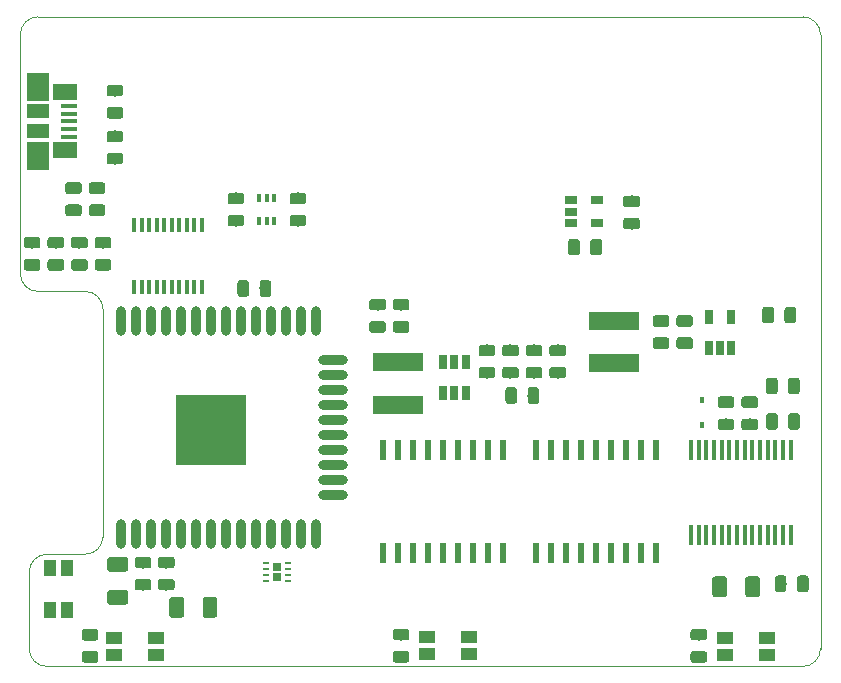
<source format=gbr>
%TF.GenerationSoftware,KiCad,Pcbnew,(6.0.0-rc1-dev-853-g5bbc2d74a)*%
%TF.CreationDate,2018-11-17T03:51:26+01:00*%
%TF.ProjectId,VFD_Watch,5646445F57617463682E6B696361645F,rev?*%
%TF.SameCoordinates,Original*%
%TF.FileFunction,Paste,Top*%
%TF.FilePolarity,Positive*%
%FSLAX46Y46*%
G04 Gerber Fmt 4.6, Leading zero omitted, Abs format (unit mm)*
G04 Created by KiCad (PCBNEW (6.0.0-rc1-dev-853-g5bbc2d74a)) date 2018 November 17, Saturday 03:51:26*
%MOMM*%
%LPD*%
G01*
G04 APERTURE LIST*
%ADD10C,0.050000*%
%ADD11O,0.900000X2.500000*%
%ADD12O,2.500000X0.900000*%
%ADD13R,6.000000X6.000000*%
%ADD14R,0.600000X1.725000*%
%ADD15C,0.150000*%
%ADD16C,1.250000*%
%ADD17R,0.400000X1.200000*%
%ADD18R,0.450000X1.750000*%
%ADD19C,0.975000*%
%ADD20R,1.060000X0.650000*%
%ADD21R,4.200000X1.500000*%
%ADD22R,0.450000X0.600000*%
%ADD23R,1.380000X0.450000*%
%ADD24R,2.100000X1.475000*%
%ADD25R,1.900000X2.375000*%
%ADD26R,1.900000X1.175000*%
%ADD27R,0.400000X0.650000*%
%ADD28R,1.400000X1.050000*%
%ADD29R,1.050000X1.400000*%
%ADD30R,0.500000X0.250000*%
%ADD31R,0.750000X0.650000*%
%ADD32R,0.650000X1.220000*%
G04 APERTURE END LIST*
D10*
X93750000Y-117000000D02*
G75*
G02X92250000Y-118500000I-1500000J0D01*
G01*
X92250000Y-96250000D02*
G75*
G02X93750000Y-97750000I0J-1500000D01*
G01*
X88250000Y-96250000D02*
G75*
G02X86750000Y-94750000I0J1500000D01*
G01*
X87500000Y-120000000D02*
G75*
G02X89000000Y-118500000I1500000J0D01*
G01*
X89000000Y-128000000D02*
G75*
G02X87500000Y-126500000I0J1500000D01*
G01*
X154500000Y-126500000D02*
G75*
G02X153000000Y-128000000I-1500000J0D01*
G01*
X153000000Y-73000000D02*
G75*
G02X154500000Y-74500000I0J-1500000D01*
G01*
X86750000Y-74500000D02*
G75*
G02X88250000Y-73000000I1500000J0D01*
G01*
X87500000Y-120000000D02*
X87500000Y-126500000D01*
X92250000Y-118500000D02*
X89000000Y-118500000D01*
X93750000Y-97750000D02*
X93750000Y-117000000D01*
X88250000Y-96250000D02*
X92250000Y-96250000D01*
X86750000Y-76750000D02*
X86750000Y-94750000D01*
X86750000Y-74500000D02*
X86750000Y-76750000D01*
X153000000Y-73000000D02*
X88250000Y-73000000D01*
X154500000Y-74500000D02*
X154500000Y-126500000D01*
X89000000Y-128000000D02*
X153000000Y-128000000D01*
D11*
X95250000Y-98750000D03*
X96520000Y-98750000D03*
X97790000Y-98750000D03*
X99060000Y-98750000D03*
X100330000Y-98750000D03*
X101600000Y-98750000D03*
X102870000Y-98750000D03*
X104140000Y-98750000D03*
X105410000Y-98750000D03*
X106680000Y-98750000D03*
X107950000Y-98750000D03*
X109220000Y-98750000D03*
X110490000Y-98750000D03*
X111760000Y-98750000D03*
D12*
X113250000Y-102035000D03*
X113250000Y-103305000D03*
X113250000Y-104575000D03*
X113250000Y-105845000D03*
X113250000Y-107115000D03*
X113250000Y-108385000D03*
X113250000Y-109655000D03*
X113250000Y-110925000D03*
X113250000Y-112195000D03*
X113250000Y-113465000D03*
D11*
X111760000Y-116750000D03*
X110490000Y-116750000D03*
X109220000Y-116750000D03*
X107950000Y-116750000D03*
X106680000Y-116750000D03*
X105410000Y-116750000D03*
X104140000Y-116750000D03*
X102870000Y-116750000D03*
X101600000Y-116750000D03*
X100330000Y-116750000D03*
X99060000Y-116750000D03*
X97790000Y-116750000D03*
X96520000Y-116750000D03*
X95250000Y-116750000D03*
D13*
X102913000Y-108004000D03*
D14*
X117420000Y-118362500D03*
X118690000Y-118362500D03*
X119960000Y-118362500D03*
X121230000Y-118362500D03*
X122500000Y-118362500D03*
X123770000Y-118362500D03*
X125040000Y-118362500D03*
X126310000Y-118362500D03*
X127580000Y-118362500D03*
X117420000Y-109637500D03*
X118690000Y-109637500D03*
X119960000Y-109637500D03*
X121230000Y-109637500D03*
X122500000Y-109637500D03*
X123770000Y-109637500D03*
X125040000Y-109637500D03*
X126310000Y-109637500D03*
X127580000Y-109637500D03*
D15*
G36*
X95645083Y-121527320D02*
X95669352Y-121530920D01*
X95693150Y-121536881D01*
X95716250Y-121545146D01*
X95738428Y-121555636D01*
X95759472Y-121568249D01*
X95779177Y-121582863D01*
X95797356Y-121599339D01*
X95813832Y-121617518D01*
X95828446Y-121637223D01*
X95841059Y-121658267D01*
X95851549Y-121680445D01*
X95859814Y-121703545D01*
X95865775Y-121727343D01*
X95869375Y-121751612D01*
X95870579Y-121776116D01*
X95870579Y-122526116D01*
X95869375Y-122550620D01*
X95865775Y-122574889D01*
X95859814Y-122598687D01*
X95851549Y-122621787D01*
X95841059Y-122643965D01*
X95828446Y-122665009D01*
X95813832Y-122684714D01*
X95797356Y-122702893D01*
X95779177Y-122719369D01*
X95759472Y-122733983D01*
X95738428Y-122746596D01*
X95716250Y-122757086D01*
X95693150Y-122765351D01*
X95669352Y-122771312D01*
X95645083Y-122774912D01*
X95620579Y-122776116D01*
X94370579Y-122776116D01*
X94346075Y-122774912D01*
X94321806Y-122771312D01*
X94298008Y-122765351D01*
X94274908Y-122757086D01*
X94252730Y-122746596D01*
X94231686Y-122733983D01*
X94211981Y-122719369D01*
X94193802Y-122702893D01*
X94177326Y-122684714D01*
X94162712Y-122665009D01*
X94150099Y-122643965D01*
X94139609Y-122621787D01*
X94131344Y-122598687D01*
X94125383Y-122574889D01*
X94121783Y-122550620D01*
X94120579Y-122526116D01*
X94120579Y-121776116D01*
X94121783Y-121751612D01*
X94125383Y-121727343D01*
X94131344Y-121703545D01*
X94139609Y-121680445D01*
X94150099Y-121658267D01*
X94162712Y-121637223D01*
X94177326Y-121617518D01*
X94193802Y-121599339D01*
X94211981Y-121582863D01*
X94231686Y-121568249D01*
X94252730Y-121555636D01*
X94274908Y-121545146D01*
X94298008Y-121536881D01*
X94321806Y-121530920D01*
X94346075Y-121527320D01*
X94370579Y-121526116D01*
X95620579Y-121526116D01*
X95645083Y-121527320D01*
X95645083Y-121527320D01*
G37*
D16*
X94995579Y-122151116D03*
D15*
G36*
X95645083Y-118727320D02*
X95669352Y-118730920D01*
X95693150Y-118736881D01*
X95716250Y-118745146D01*
X95738428Y-118755636D01*
X95759472Y-118768249D01*
X95779177Y-118782863D01*
X95797356Y-118799339D01*
X95813832Y-118817518D01*
X95828446Y-118837223D01*
X95841059Y-118858267D01*
X95851549Y-118880445D01*
X95859814Y-118903545D01*
X95865775Y-118927343D01*
X95869375Y-118951612D01*
X95870579Y-118976116D01*
X95870579Y-119726116D01*
X95869375Y-119750620D01*
X95865775Y-119774889D01*
X95859814Y-119798687D01*
X95851549Y-119821787D01*
X95841059Y-119843965D01*
X95828446Y-119865009D01*
X95813832Y-119884714D01*
X95797356Y-119902893D01*
X95779177Y-119919369D01*
X95759472Y-119933983D01*
X95738428Y-119946596D01*
X95716250Y-119957086D01*
X95693150Y-119965351D01*
X95669352Y-119971312D01*
X95645083Y-119974912D01*
X95620579Y-119976116D01*
X94370579Y-119976116D01*
X94346075Y-119974912D01*
X94321806Y-119971312D01*
X94298008Y-119965351D01*
X94274908Y-119957086D01*
X94252730Y-119946596D01*
X94231686Y-119933983D01*
X94211981Y-119919369D01*
X94193802Y-119902893D01*
X94177326Y-119884714D01*
X94162712Y-119865009D01*
X94150099Y-119843965D01*
X94139609Y-119821787D01*
X94131344Y-119798687D01*
X94125383Y-119774889D01*
X94121783Y-119750620D01*
X94120579Y-119726116D01*
X94120579Y-118976116D01*
X94121783Y-118951612D01*
X94125383Y-118927343D01*
X94131344Y-118903545D01*
X94139609Y-118880445D01*
X94150099Y-118858267D01*
X94162712Y-118837223D01*
X94177326Y-118817518D01*
X94193802Y-118799339D01*
X94211981Y-118782863D01*
X94231686Y-118768249D01*
X94252730Y-118755636D01*
X94274908Y-118745146D01*
X94298008Y-118736881D01*
X94321806Y-118730920D01*
X94346075Y-118727320D01*
X94370579Y-118726116D01*
X95620579Y-118726116D01*
X95645083Y-118727320D01*
X95645083Y-118727320D01*
G37*
D16*
X94995579Y-119351116D03*
D17*
X96392500Y-95850000D03*
X97027500Y-95850000D03*
X97662500Y-95850000D03*
X98297500Y-95850000D03*
X98932500Y-95850000D03*
X99567500Y-95850000D03*
X100202500Y-95850000D03*
X100837500Y-95850000D03*
X101472500Y-95850000D03*
X102107500Y-95850000D03*
X102107500Y-90650000D03*
X101472500Y-90650000D03*
X100837500Y-90650000D03*
X100202500Y-90650000D03*
X99567500Y-90650000D03*
X98932500Y-90650000D03*
X98297500Y-90650000D03*
X97662500Y-90650000D03*
X97027500Y-90650000D03*
X96392500Y-90650000D03*
D14*
X130420000Y-118362500D03*
X131690000Y-118362500D03*
X132960000Y-118362500D03*
X134230000Y-118362500D03*
X135500000Y-118362500D03*
X136770000Y-118362500D03*
X138040000Y-118362500D03*
X139310000Y-118362500D03*
X140580000Y-118362500D03*
X130420000Y-109637500D03*
X131690000Y-109637500D03*
X132960000Y-109637500D03*
X134230000Y-109637500D03*
X135500000Y-109637500D03*
X136770000Y-109637500D03*
X138040000Y-109637500D03*
X139310000Y-109637500D03*
X140580000Y-109637500D03*
D18*
X143525000Y-109650000D03*
X144175000Y-109650000D03*
X144825000Y-109650000D03*
X145475000Y-109650000D03*
X146125000Y-109650000D03*
X146775000Y-109650000D03*
X147425000Y-109650000D03*
X148075000Y-109650000D03*
X148725000Y-109650000D03*
X149375000Y-109650000D03*
X150025000Y-109650000D03*
X150675000Y-109650000D03*
X151325000Y-109650000D03*
X151975000Y-109650000D03*
X151975000Y-116850000D03*
X151325000Y-116850000D03*
X150675000Y-116850000D03*
X150025000Y-116850000D03*
X149375000Y-116850000D03*
X148725000Y-116850000D03*
X148075000Y-116850000D03*
X147425000Y-116850000D03*
X146775000Y-116850000D03*
X146125000Y-116850000D03*
X145475000Y-116850000D03*
X144825000Y-116850000D03*
X144175000Y-116850000D03*
X143525000Y-116850000D03*
D15*
G36*
X153267642Y-120301174D02*
X153291303Y-120304684D01*
X153314507Y-120310496D01*
X153337029Y-120318554D01*
X153358653Y-120328782D01*
X153379170Y-120341079D01*
X153398383Y-120355329D01*
X153416107Y-120371393D01*
X153432171Y-120389117D01*
X153446421Y-120408330D01*
X153458718Y-120428847D01*
X153468946Y-120450471D01*
X153477004Y-120472993D01*
X153482816Y-120496197D01*
X153486326Y-120519858D01*
X153487500Y-120543750D01*
X153487500Y-121456250D01*
X153486326Y-121480142D01*
X153482816Y-121503803D01*
X153477004Y-121527007D01*
X153468946Y-121549529D01*
X153458718Y-121571153D01*
X153446421Y-121591670D01*
X153432171Y-121610883D01*
X153416107Y-121628607D01*
X153398383Y-121644671D01*
X153379170Y-121658921D01*
X153358653Y-121671218D01*
X153337029Y-121681446D01*
X153314507Y-121689504D01*
X153291303Y-121695316D01*
X153267642Y-121698826D01*
X153243750Y-121700000D01*
X152756250Y-121700000D01*
X152732358Y-121698826D01*
X152708697Y-121695316D01*
X152685493Y-121689504D01*
X152662971Y-121681446D01*
X152641347Y-121671218D01*
X152620830Y-121658921D01*
X152601617Y-121644671D01*
X152583893Y-121628607D01*
X152567829Y-121610883D01*
X152553579Y-121591670D01*
X152541282Y-121571153D01*
X152531054Y-121549529D01*
X152522996Y-121527007D01*
X152517184Y-121503803D01*
X152513674Y-121480142D01*
X152512500Y-121456250D01*
X152512500Y-120543750D01*
X152513674Y-120519858D01*
X152517184Y-120496197D01*
X152522996Y-120472993D01*
X152531054Y-120450471D01*
X152541282Y-120428847D01*
X152553579Y-120408330D01*
X152567829Y-120389117D01*
X152583893Y-120371393D01*
X152601617Y-120355329D01*
X152620830Y-120341079D01*
X152641347Y-120328782D01*
X152662971Y-120318554D01*
X152685493Y-120310496D01*
X152708697Y-120304684D01*
X152732358Y-120301174D01*
X152756250Y-120300000D01*
X153243750Y-120300000D01*
X153267642Y-120301174D01*
X153267642Y-120301174D01*
G37*
D19*
X153000000Y-121000000D03*
D15*
G36*
X151392642Y-120301174D02*
X151416303Y-120304684D01*
X151439507Y-120310496D01*
X151462029Y-120318554D01*
X151483653Y-120328782D01*
X151504170Y-120341079D01*
X151523383Y-120355329D01*
X151541107Y-120371393D01*
X151557171Y-120389117D01*
X151571421Y-120408330D01*
X151583718Y-120428847D01*
X151593946Y-120450471D01*
X151602004Y-120472993D01*
X151607816Y-120496197D01*
X151611326Y-120519858D01*
X151612500Y-120543750D01*
X151612500Y-121456250D01*
X151611326Y-121480142D01*
X151607816Y-121503803D01*
X151602004Y-121527007D01*
X151593946Y-121549529D01*
X151583718Y-121571153D01*
X151571421Y-121591670D01*
X151557171Y-121610883D01*
X151541107Y-121628607D01*
X151523383Y-121644671D01*
X151504170Y-121658921D01*
X151483653Y-121671218D01*
X151462029Y-121681446D01*
X151439507Y-121689504D01*
X151416303Y-121695316D01*
X151392642Y-121698826D01*
X151368750Y-121700000D01*
X150881250Y-121700000D01*
X150857358Y-121698826D01*
X150833697Y-121695316D01*
X150810493Y-121689504D01*
X150787971Y-121681446D01*
X150766347Y-121671218D01*
X150745830Y-121658921D01*
X150726617Y-121644671D01*
X150708893Y-121628607D01*
X150692829Y-121610883D01*
X150678579Y-121591670D01*
X150666282Y-121571153D01*
X150656054Y-121549529D01*
X150647996Y-121527007D01*
X150642184Y-121503803D01*
X150638674Y-121480142D01*
X150637500Y-121456250D01*
X150637500Y-120543750D01*
X150638674Y-120519858D01*
X150642184Y-120496197D01*
X150647996Y-120472993D01*
X150656054Y-120450471D01*
X150666282Y-120428847D01*
X150678579Y-120408330D01*
X150692829Y-120389117D01*
X150708893Y-120371393D01*
X150726617Y-120355329D01*
X150745830Y-120341079D01*
X150766347Y-120328782D01*
X150787971Y-120318554D01*
X150810493Y-120310496D01*
X150833697Y-120304684D01*
X150857358Y-120301174D01*
X150881250Y-120300000D01*
X151368750Y-120300000D01*
X151392642Y-120301174D01*
X151392642Y-120301174D01*
G37*
D19*
X151125000Y-121000000D03*
D20*
X135600000Y-88550000D03*
X135600000Y-90450000D03*
X133400000Y-90450000D03*
X133400000Y-89500000D03*
X133400000Y-88550000D03*
D21*
X137000000Y-98750000D03*
X137000000Y-102350000D03*
X118750000Y-102250000D03*
X118750000Y-105850000D03*
D15*
G36*
X94230142Y-91638674D02*
X94253803Y-91642184D01*
X94277007Y-91647996D01*
X94299529Y-91656054D01*
X94321153Y-91666282D01*
X94341670Y-91678579D01*
X94360883Y-91692829D01*
X94378607Y-91708893D01*
X94394671Y-91726617D01*
X94408921Y-91745830D01*
X94421218Y-91766347D01*
X94431446Y-91787971D01*
X94439504Y-91810493D01*
X94445316Y-91833697D01*
X94448826Y-91857358D01*
X94450000Y-91881250D01*
X94450000Y-92368750D01*
X94448826Y-92392642D01*
X94445316Y-92416303D01*
X94439504Y-92439507D01*
X94431446Y-92462029D01*
X94421218Y-92483653D01*
X94408921Y-92504170D01*
X94394671Y-92523383D01*
X94378607Y-92541107D01*
X94360883Y-92557171D01*
X94341670Y-92571421D01*
X94321153Y-92583718D01*
X94299529Y-92593946D01*
X94277007Y-92602004D01*
X94253803Y-92607816D01*
X94230142Y-92611326D01*
X94206250Y-92612500D01*
X93293750Y-92612500D01*
X93269858Y-92611326D01*
X93246197Y-92607816D01*
X93222993Y-92602004D01*
X93200471Y-92593946D01*
X93178847Y-92583718D01*
X93158330Y-92571421D01*
X93139117Y-92557171D01*
X93121393Y-92541107D01*
X93105329Y-92523383D01*
X93091079Y-92504170D01*
X93078782Y-92483653D01*
X93068554Y-92462029D01*
X93060496Y-92439507D01*
X93054684Y-92416303D01*
X93051174Y-92392642D01*
X93050000Y-92368750D01*
X93050000Y-91881250D01*
X93051174Y-91857358D01*
X93054684Y-91833697D01*
X93060496Y-91810493D01*
X93068554Y-91787971D01*
X93078782Y-91766347D01*
X93091079Y-91745830D01*
X93105329Y-91726617D01*
X93121393Y-91708893D01*
X93139117Y-91692829D01*
X93158330Y-91678579D01*
X93178847Y-91666282D01*
X93200471Y-91656054D01*
X93222993Y-91647996D01*
X93246197Y-91642184D01*
X93269858Y-91638674D01*
X93293750Y-91637500D01*
X94206250Y-91637500D01*
X94230142Y-91638674D01*
X94230142Y-91638674D01*
G37*
D19*
X93750000Y-92125000D03*
D15*
G36*
X94230142Y-93513674D02*
X94253803Y-93517184D01*
X94277007Y-93522996D01*
X94299529Y-93531054D01*
X94321153Y-93541282D01*
X94341670Y-93553579D01*
X94360883Y-93567829D01*
X94378607Y-93583893D01*
X94394671Y-93601617D01*
X94408921Y-93620830D01*
X94421218Y-93641347D01*
X94431446Y-93662971D01*
X94439504Y-93685493D01*
X94445316Y-93708697D01*
X94448826Y-93732358D01*
X94450000Y-93756250D01*
X94450000Y-94243750D01*
X94448826Y-94267642D01*
X94445316Y-94291303D01*
X94439504Y-94314507D01*
X94431446Y-94337029D01*
X94421218Y-94358653D01*
X94408921Y-94379170D01*
X94394671Y-94398383D01*
X94378607Y-94416107D01*
X94360883Y-94432171D01*
X94341670Y-94446421D01*
X94321153Y-94458718D01*
X94299529Y-94468946D01*
X94277007Y-94477004D01*
X94253803Y-94482816D01*
X94230142Y-94486326D01*
X94206250Y-94487500D01*
X93293750Y-94487500D01*
X93269858Y-94486326D01*
X93246197Y-94482816D01*
X93222993Y-94477004D01*
X93200471Y-94468946D01*
X93178847Y-94458718D01*
X93158330Y-94446421D01*
X93139117Y-94432171D01*
X93121393Y-94416107D01*
X93105329Y-94398383D01*
X93091079Y-94379170D01*
X93078782Y-94358653D01*
X93068554Y-94337029D01*
X93060496Y-94314507D01*
X93054684Y-94291303D01*
X93051174Y-94267642D01*
X93050000Y-94243750D01*
X93050000Y-93756250D01*
X93051174Y-93732358D01*
X93054684Y-93708697D01*
X93060496Y-93685493D01*
X93068554Y-93662971D01*
X93078782Y-93641347D01*
X93091079Y-93620830D01*
X93105329Y-93601617D01*
X93121393Y-93583893D01*
X93139117Y-93567829D01*
X93158330Y-93553579D01*
X93178847Y-93541282D01*
X93200471Y-93531054D01*
X93222993Y-93522996D01*
X93246197Y-93517184D01*
X93269858Y-93513674D01*
X93293750Y-93512500D01*
X94206250Y-93512500D01*
X94230142Y-93513674D01*
X94230142Y-93513674D01*
G37*
D19*
X93750000Y-94000000D03*
D15*
G36*
X119480142Y-96888674D02*
X119503803Y-96892184D01*
X119527007Y-96897996D01*
X119549529Y-96906054D01*
X119571153Y-96916282D01*
X119591670Y-96928579D01*
X119610883Y-96942829D01*
X119628607Y-96958893D01*
X119644671Y-96976617D01*
X119658921Y-96995830D01*
X119671218Y-97016347D01*
X119681446Y-97037971D01*
X119689504Y-97060493D01*
X119695316Y-97083697D01*
X119698826Y-97107358D01*
X119700000Y-97131250D01*
X119700000Y-97618750D01*
X119698826Y-97642642D01*
X119695316Y-97666303D01*
X119689504Y-97689507D01*
X119681446Y-97712029D01*
X119671218Y-97733653D01*
X119658921Y-97754170D01*
X119644671Y-97773383D01*
X119628607Y-97791107D01*
X119610883Y-97807171D01*
X119591670Y-97821421D01*
X119571153Y-97833718D01*
X119549529Y-97843946D01*
X119527007Y-97852004D01*
X119503803Y-97857816D01*
X119480142Y-97861326D01*
X119456250Y-97862500D01*
X118543750Y-97862500D01*
X118519858Y-97861326D01*
X118496197Y-97857816D01*
X118472993Y-97852004D01*
X118450471Y-97843946D01*
X118428847Y-97833718D01*
X118408330Y-97821421D01*
X118389117Y-97807171D01*
X118371393Y-97791107D01*
X118355329Y-97773383D01*
X118341079Y-97754170D01*
X118328782Y-97733653D01*
X118318554Y-97712029D01*
X118310496Y-97689507D01*
X118304684Y-97666303D01*
X118301174Y-97642642D01*
X118300000Y-97618750D01*
X118300000Y-97131250D01*
X118301174Y-97107358D01*
X118304684Y-97083697D01*
X118310496Y-97060493D01*
X118318554Y-97037971D01*
X118328782Y-97016347D01*
X118341079Y-96995830D01*
X118355329Y-96976617D01*
X118371393Y-96958893D01*
X118389117Y-96942829D01*
X118408330Y-96928579D01*
X118428847Y-96916282D01*
X118450471Y-96906054D01*
X118472993Y-96897996D01*
X118496197Y-96892184D01*
X118519858Y-96888674D01*
X118543750Y-96887500D01*
X119456250Y-96887500D01*
X119480142Y-96888674D01*
X119480142Y-96888674D01*
G37*
D19*
X119000000Y-97375000D03*
D15*
G36*
X119480142Y-98763674D02*
X119503803Y-98767184D01*
X119527007Y-98772996D01*
X119549529Y-98781054D01*
X119571153Y-98791282D01*
X119591670Y-98803579D01*
X119610883Y-98817829D01*
X119628607Y-98833893D01*
X119644671Y-98851617D01*
X119658921Y-98870830D01*
X119671218Y-98891347D01*
X119681446Y-98912971D01*
X119689504Y-98935493D01*
X119695316Y-98958697D01*
X119698826Y-98982358D01*
X119700000Y-99006250D01*
X119700000Y-99493750D01*
X119698826Y-99517642D01*
X119695316Y-99541303D01*
X119689504Y-99564507D01*
X119681446Y-99587029D01*
X119671218Y-99608653D01*
X119658921Y-99629170D01*
X119644671Y-99648383D01*
X119628607Y-99666107D01*
X119610883Y-99682171D01*
X119591670Y-99696421D01*
X119571153Y-99708718D01*
X119549529Y-99718946D01*
X119527007Y-99727004D01*
X119503803Y-99732816D01*
X119480142Y-99736326D01*
X119456250Y-99737500D01*
X118543750Y-99737500D01*
X118519858Y-99736326D01*
X118496197Y-99732816D01*
X118472993Y-99727004D01*
X118450471Y-99718946D01*
X118428847Y-99708718D01*
X118408330Y-99696421D01*
X118389117Y-99682171D01*
X118371393Y-99666107D01*
X118355329Y-99648383D01*
X118341079Y-99629170D01*
X118328782Y-99608653D01*
X118318554Y-99587029D01*
X118310496Y-99564507D01*
X118304684Y-99541303D01*
X118301174Y-99517642D01*
X118300000Y-99493750D01*
X118300000Y-99006250D01*
X118301174Y-98982358D01*
X118304684Y-98958697D01*
X118310496Y-98935493D01*
X118318554Y-98912971D01*
X118328782Y-98891347D01*
X118341079Y-98870830D01*
X118355329Y-98851617D01*
X118371393Y-98833893D01*
X118389117Y-98817829D01*
X118408330Y-98803579D01*
X118428847Y-98791282D01*
X118450471Y-98781054D01*
X118472993Y-98772996D01*
X118496197Y-98767184D01*
X118519858Y-98763674D01*
X118543750Y-98762500D01*
X119456250Y-98762500D01*
X119480142Y-98763674D01*
X119480142Y-98763674D01*
G37*
D19*
X119000000Y-99250000D03*
D15*
G36*
X95230142Y-82638674D02*
X95253803Y-82642184D01*
X95277007Y-82647996D01*
X95299529Y-82656054D01*
X95321153Y-82666282D01*
X95341670Y-82678579D01*
X95360883Y-82692829D01*
X95378607Y-82708893D01*
X95394671Y-82726617D01*
X95408921Y-82745830D01*
X95421218Y-82766347D01*
X95431446Y-82787971D01*
X95439504Y-82810493D01*
X95445316Y-82833697D01*
X95448826Y-82857358D01*
X95450000Y-82881250D01*
X95450000Y-83368750D01*
X95448826Y-83392642D01*
X95445316Y-83416303D01*
X95439504Y-83439507D01*
X95431446Y-83462029D01*
X95421218Y-83483653D01*
X95408921Y-83504170D01*
X95394671Y-83523383D01*
X95378607Y-83541107D01*
X95360883Y-83557171D01*
X95341670Y-83571421D01*
X95321153Y-83583718D01*
X95299529Y-83593946D01*
X95277007Y-83602004D01*
X95253803Y-83607816D01*
X95230142Y-83611326D01*
X95206250Y-83612500D01*
X94293750Y-83612500D01*
X94269858Y-83611326D01*
X94246197Y-83607816D01*
X94222993Y-83602004D01*
X94200471Y-83593946D01*
X94178847Y-83583718D01*
X94158330Y-83571421D01*
X94139117Y-83557171D01*
X94121393Y-83541107D01*
X94105329Y-83523383D01*
X94091079Y-83504170D01*
X94078782Y-83483653D01*
X94068554Y-83462029D01*
X94060496Y-83439507D01*
X94054684Y-83416303D01*
X94051174Y-83392642D01*
X94050000Y-83368750D01*
X94050000Y-82881250D01*
X94051174Y-82857358D01*
X94054684Y-82833697D01*
X94060496Y-82810493D01*
X94068554Y-82787971D01*
X94078782Y-82766347D01*
X94091079Y-82745830D01*
X94105329Y-82726617D01*
X94121393Y-82708893D01*
X94139117Y-82692829D01*
X94158330Y-82678579D01*
X94178847Y-82666282D01*
X94200471Y-82656054D01*
X94222993Y-82647996D01*
X94246197Y-82642184D01*
X94269858Y-82638674D01*
X94293750Y-82637500D01*
X95206250Y-82637500D01*
X95230142Y-82638674D01*
X95230142Y-82638674D01*
G37*
D19*
X94750000Y-83125000D03*
D15*
G36*
X95230142Y-84513674D02*
X95253803Y-84517184D01*
X95277007Y-84522996D01*
X95299529Y-84531054D01*
X95321153Y-84541282D01*
X95341670Y-84553579D01*
X95360883Y-84567829D01*
X95378607Y-84583893D01*
X95394671Y-84601617D01*
X95408921Y-84620830D01*
X95421218Y-84641347D01*
X95431446Y-84662971D01*
X95439504Y-84685493D01*
X95445316Y-84708697D01*
X95448826Y-84732358D01*
X95450000Y-84756250D01*
X95450000Y-85243750D01*
X95448826Y-85267642D01*
X95445316Y-85291303D01*
X95439504Y-85314507D01*
X95431446Y-85337029D01*
X95421218Y-85358653D01*
X95408921Y-85379170D01*
X95394671Y-85398383D01*
X95378607Y-85416107D01*
X95360883Y-85432171D01*
X95341670Y-85446421D01*
X95321153Y-85458718D01*
X95299529Y-85468946D01*
X95277007Y-85477004D01*
X95253803Y-85482816D01*
X95230142Y-85486326D01*
X95206250Y-85487500D01*
X94293750Y-85487500D01*
X94269858Y-85486326D01*
X94246197Y-85482816D01*
X94222993Y-85477004D01*
X94200471Y-85468946D01*
X94178847Y-85458718D01*
X94158330Y-85446421D01*
X94139117Y-85432171D01*
X94121393Y-85416107D01*
X94105329Y-85398383D01*
X94091079Y-85379170D01*
X94078782Y-85358653D01*
X94068554Y-85337029D01*
X94060496Y-85314507D01*
X94054684Y-85291303D01*
X94051174Y-85267642D01*
X94050000Y-85243750D01*
X94050000Y-84756250D01*
X94051174Y-84732358D01*
X94054684Y-84708697D01*
X94060496Y-84685493D01*
X94068554Y-84662971D01*
X94078782Y-84641347D01*
X94091079Y-84620830D01*
X94105329Y-84601617D01*
X94121393Y-84583893D01*
X94139117Y-84567829D01*
X94158330Y-84553579D01*
X94178847Y-84541282D01*
X94200471Y-84531054D01*
X94222993Y-84522996D01*
X94246197Y-84517184D01*
X94269858Y-84513674D01*
X94293750Y-84512500D01*
X95206250Y-84512500D01*
X95230142Y-84513674D01*
X95230142Y-84513674D01*
G37*
D19*
X94750000Y-85000000D03*
D15*
G36*
X95230142Y-78763674D02*
X95253803Y-78767184D01*
X95277007Y-78772996D01*
X95299529Y-78781054D01*
X95321153Y-78791282D01*
X95341670Y-78803579D01*
X95360883Y-78817829D01*
X95378607Y-78833893D01*
X95394671Y-78851617D01*
X95408921Y-78870830D01*
X95421218Y-78891347D01*
X95431446Y-78912971D01*
X95439504Y-78935493D01*
X95445316Y-78958697D01*
X95448826Y-78982358D01*
X95450000Y-79006250D01*
X95450000Y-79493750D01*
X95448826Y-79517642D01*
X95445316Y-79541303D01*
X95439504Y-79564507D01*
X95431446Y-79587029D01*
X95421218Y-79608653D01*
X95408921Y-79629170D01*
X95394671Y-79648383D01*
X95378607Y-79666107D01*
X95360883Y-79682171D01*
X95341670Y-79696421D01*
X95321153Y-79708718D01*
X95299529Y-79718946D01*
X95277007Y-79727004D01*
X95253803Y-79732816D01*
X95230142Y-79736326D01*
X95206250Y-79737500D01*
X94293750Y-79737500D01*
X94269858Y-79736326D01*
X94246197Y-79732816D01*
X94222993Y-79727004D01*
X94200471Y-79718946D01*
X94178847Y-79708718D01*
X94158330Y-79696421D01*
X94139117Y-79682171D01*
X94121393Y-79666107D01*
X94105329Y-79648383D01*
X94091079Y-79629170D01*
X94078782Y-79608653D01*
X94068554Y-79587029D01*
X94060496Y-79564507D01*
X94054684Y-79541303D01*
X94051174Y-79517642D01*
X94050000Y-79493750D01*
X94050000Y-79006250D01*
X94051174Y-78982358D01*
X94054684Y-78958697D01*
X94060496Y-78935493D01*
X94068554Y-78912971D01*
X94078782Y-78891347D01*
X94091079Y-78870830D01*
X94105329Y-78851617D01*
X94121393Y-78833893D01*
X94139117Y-78817829D01*
X94158330Y-78803579D01*
X94178847Y-78791282D01*
X94200471Y-78781054D01*
X94222993Y-78772996D01*
X94246197Y-78767184D01*
X94269858Y-78763674D01*
X94293750Y-78762500D01*
X95206250Y-78762500D01*
X95230142Y-78763674D01*
X95230142Y-78763674D01*
G37*
D19*
X94750000Y-79250000D03*
D15*
G36*
X95230142Y-80638674D02*
X95253803Y-80642184D01*
X95277007Y-80647996D01*
X95299529Y-80656054D01*
X95321153Y-80666282D01*
X95341670Y-80678579D01*
X95360883Y-80692829D01*
X95378607Y-80708893D01*
X95394671Y-80726617D01*
X95408921Y-80745830D01*
X95421218Y-80766347D01*
X95431446Y-80787971D01*
X95439504Y-80810493D01*
X95445316Y-80833697D01*
X95448826Y-80857358D01*
X95450000Y-80881250D01*
X95450000Y-81368750D01*
X95448826Y-81392642D01*
X95445316Y-81416303D01*
X95439504Y-81439507D01*
X95431446Y-81462029D01*
X95421218Y-81483653D01*
X95408921Y-81504170D01*
X95394671Y-81523383D01*
X95378607Y-81541107D01*
X95360883Y-81557171D01*
X95341670Y-81571421D01*
X95321153Y-81583718D01*
X95299529Y-81593946D01*
X95277007Y-81602004D01*
X95253803Y-81607816D01*
X95230142Y-81611326D01*
X95206250Y-81612500D01*
X94293750Y-81612500D01*
X94269858Y-81611326D01*
X94246197Y-81607816D01*
X94222993Y-81602004D01*
X94200471Y-81593946D01*
X94178847Y-81583718D01*
X94158330Y-81571421D01*
X94139117Y-81557171D01*
X94121393Y-81541107D01*
X94105329Y-81523383D01*
X94091079Y-81504170D01*
X94078782Y-81483653D01*
X94068554Y-81462029D01*
X94060496Y-81439507D01*
X94054684Y-81416303D01*
X94051174Y-81392642D01*
X94050000Y-81368750D01*
X94050000Y-80881250D01*
X94051174Y-80857358D01*
X94054684Y-80833697D01*
X94060496Y-80810493D01*
X94068554Y-80787971D01*
X94078782Y-80766347D01*
X94091079Y-80745830D01*
X94105329Y-80726617D01*
X94121393Y-80708893D01*
X94139117Y-80692829D01*
X94158330Y-80678579D01*
X94178847Y-80666282D01*
X94200471Y-80656054D01*
X94222993Y-80647996D01*
X94246197Y-80642184D01*
X94269858Y-80638674D01*
X94293750Y-80637500D01*
X95206250Y-80637500D01*
X95230142Y-80638674D01*
X95230142Y-80638674D01*
G37*
D19*
X94750000Y-81125000D03*
D15*
G36*
X117480142Y-98763674D02*
X117503803Y-98767184D01*
X117527007Y-98772996D01*
X117549529Y-98781054D01*
X117571153Y-98791282D01*
X117591670Y-98803579D01*
X117610883Y-98817829D01*
X117628607Y-98833893D01*
X117644671Y-98851617D01*
X117658921Y-98870830D01*
X117671218Y-98891347D01*
X117681446Y-98912971D01*
X117689504Y-98935493D01*
X117695316Y-98958697D01*
X117698826Y-98982358D01*
X117700000Y-99006250D01*
X117700000Y-99493750D01*
X117698826Y-99517642D01*
X117695316Y-99541303D01*
X117689504Y-99564507D01*
X117681446Y-99587029D01*
X117671218Y-99608653D01*
X117658921Y-99629170D01*
X117644671Y-99648383D01*
X117628607Y-99666107D01*
X117610883Y-99682171D01*
X117591670Y-99696421D01*
X117571153Y-99708718D01*
X117549529Y-99718946D01*
X117527007Y-99727004D01*
X117503803Y-99732816D01*
X117480142Y-99736326D01*
X117456250Y-99737500D01*
X116543750Y-99737500D01*
X116519858Y-99736326D01*
X116496197Y-99732816D01*
X116472993Y-99727004D01*
X116450471Y-99718946D01*
X116428847Y-99708718D01*
X116408330Y-99696421D01*
X116389117Y-99682171D01*
X116371393Y-99666107D01*
X116355329Y-99648383D01*
X116341079Y-99629170D01*
X116328782Y-99608653D01*
X116318554Y-99587029D01*
X116310496Y-99564507D01*
X116304684Y-99541303D01*
X116301174Y-99517642D01*
X116300000Y-99493750D01*
X116300000Y-99006250D01*
X116301174Y-98982358D01*
X116304684Y-98958697D01*
X116310496Y-98935493D01*
X116318554Y-98912971D01*
X116328782Y-98891347D01*
X116341079Y-98870830D01*
X116355329Y-98851617D01*
X116371393Y-98833893D01*
X116389117Y-98817829D01*
X116408330Y-98803579D01*
X116428847Y-98791282D01*
X116450471Y-98781054D01*
X116472993Y-98772996D01*
X116496197Y-98767184D01*
X116519858Y-98763674D01*
X116543750Y-98762500D01*
X117456250Y-98762500D01*
X117480142Y-98763674D01*
X117480142Y-98763674D01*
G37*
D19*
X117000000Y-99250000D03*
D15*
G36*
X117480142Y-96888674D02*
X117503803Y-96892184D01*
X117527007Y-96897996D01*
X117549529Y-96906054D01*
X117571153Y-96916282D01*
X117591670Y-96928579D01*
X117610883Y-96942829D01*
X117628607Y-96958893D01*
X117644671Y-96976617D01*
X117658921Y-96995830D01*
X117671218Y-97016347D01*
X117681446Y-97037971D01*
X117689504Y-97060493D01*
X117695316Y-97083697D01*
X117698826Y-97107358D01*
X117700000Y-97131250D01*
X117700000Y-97618750D01*
X117698826Y-97642642D01*
X117695316Y-97666303D01*
X117689504Y-97689507D01*
X117681446Y-97712029D01*
X117671218Y-97733653D01*
X117658921Y-97754170D01*
X117644671Y-97773383D01*
X117628607Y-97791107D01*
X117610883Y-97807171D01*
X117591670Y-97821421D01*
X117571153Y-97833718D01*
X117549529Y-97843946D01*
X117527007Y-97852004D01*
X117503803Y-97857816D01*
X117480142Y-97861326D01*
X117456250Y-97862500D01*
X116543750Y-97862500D01*
X116519858Y-97861326D01*
X116496197Y-97857816D01*
X116472993Y-97852004D01*
X116450471Y-97843946D01*
X116428847Y-97833718D01*
X116408330Y-97821421D01*
X116389117Y-97807171D01*
X116371393Y-97791107D01*
X116355329Y-97773383D01*
X116341079Y-97754170D01*
X116328782Y-97733653D01*
X116318554Y-97712029D01*
X116310496Y-97689507D01*
X116304684Y-97666303D01*
X116301174Y-97642642D01*
X116300000Y-97618750D01*
X116300000Y-97131250D01*
X116301174Y-97107358D01*
X116304684Y-97083697D01*
X116310496Y-97060493D01*
X116318554Y-97037971D01*
X116328782Y-97016347D01*
X116341079Y-96995830D01*
X116355329Y-96976617D01*
X116371393Y-96958893D01*
X116389117Y-96942829D01*
X116408330Y-96928579D01*
X116428847Y-96916282D01*
X116450471Y-96906054D01*
X116472993Y-96897996D01*
X116496197Y-96892184D01*
X116519858Y-96888674D01*
X116543750Y-96887500D01*
X117456250Y-96887500D01*
X117480142Y-96888674D01*
X117480142Y-96888674D01*
G37*
D19*
X117000000Y-97375000D03*
D15*
G36*
X133892642Y-91801174D02*
X133916303Y-91804684D01*
X133939507Y-91810496D01*
X133962029Y-91818554D01*
X133983653Y-91828782D01*
X134004170Y-91841079D01*
X134023383Y-91855329D01*
X134041107Y-91871393D01*
X134057171Y-91889117D01*
X134071421Y-91908330D01*
X134083718Y-91928847D01*
X134093946Y-91950471D01*
X134102004Y-91972993D01*
X134107816Y-91996197D01*
X134111326Y-92019858D01*
X134112500Y-92043750D01*
X134112500Y-92956250D01*
X134111326Y-92980142D01*
X134107816Y-93003803D01*
X134102004Y-93027007D01*
X134093946Y-93049529D01*
X134083718Y-93071153D01*
X134071421Y-93091670D01*
X134057171Y-93110883D01*
X134041107Y-93128607D01*
X134023383Y-93144671D01*
X134004170Y-93158921D01*
X133983653Y-93171218D01*
X133962029Y-93181446D01*
X133939507Y-93189504D01*
X133916303Y-93195316D01*
X133892642Y-93198826D01*
X133868750Y-93200000D01*
X133381250Y-93200000D01*
X133357358Y-93198826D01*
X133333697Y-93195316D01*
X133310493Y-93189504D01*
X133287971Y-93181446D01*
X133266347Y-93171218D01*
X133245830Y-93158921D01*
X133226617Y-93144671D01*
X133208893Y-93128607D01*
X133192829Y-93110883D01*
X133178579Y-93091670D01*
X133166282Y-93071153D01*
X133156054Y-93049529D01*
X133147996Y-93027007D01*
X133142184Y-93003803D01*
X133138674Y-92980142D01*
X133137500Y-92956250D01*
X133137500Y-92043750D01*
X133138674Y-92019858D01*
X133142184Y-91996197D01*
X133147996Y-91972993D01*
X133156054Y-91950471D01*
X133166282Y-91928847D01*
X133178579Y-91908330D01*
X133192829Y-91889117D01*
X133208893Y-91871393D01*
X133226617Y-91855329D01*
X133245830Y-91841079D01*
X133266347Y-91828782D01*
X133287971Y-91818554D01*
X133310493Y-91810496D01*
X133333697Y-91804684D01*
X133357358Y-91801174D01*
X133381250Y-91800000D01*
X133868750Y-91800000D01*
X133892642Y-91801174D01*
X133892642Y-91801174D01*
G37*
D19*
X133625000Y-92500000D03*
D15*
G36*
X135767642Y-91801174D02*
X135791303Y-91804684D01*
X135814507Y-91810496D01*
X135837029Y-91818554D01*
X135858653Y-91828782D01*
X135879170Y-91841079D01*
X135898383Y-91855329D01*
X135916107Y-91871393D01*
X135932171Y-91889117D01*
X135946421Y-91908330D01*
X135958718Y-91928847D01*
X135968946Y-91950471D01*
X135977004Y-91972993D01*
X135982816Y-91996197D01*
X135986326Y-92019858D01*
X135987500Y-92043750D01*
X135987500Y-92956250D01*
X135986326Y-92980142D01*
X135982816Y-93003803D01*
X135977004Y-93027007D01*
X135968946Y-93049529D01*
X135958718Y-93071153D01*
X135946421Y-93091670D01*
X135932171Y-93110883D01*
X135916107Y-93128607D01*
X135898383Y-93144671D01*
X135879170Y-93158921D01*
X135858653Y-93171218D01*
X135837029Y-93181446D01*
X135814507Y-93189504D01*
X135791303Y-93195316D01*
X135767642Y-93198826D01*
X135743750Y-93200000D01*
X135256250Y-93200000D01*
X135232358Y-93198826D01*
X135208697Y-93195316D01*
X135185493Y-93189504D01*
X135162971Y-93181446D01*
X135141347Y-93171218D01*
X135120830Y-93158921D01*
X135101617Y-93144671D01*
X135083893Y-93128607D01*
X135067829Y-93110883D01*
X135053579Y-93091670D01*
X135041282Y-93071153D01*
X135031054Y-93049529D01*
X135022996Y-93027007D01*
X135017184Y-93003803D01*
X135013674Y-92980142D01*
X135012500Y-92956250D01*
X135012500Y-92043750D01*
X135013674Y-92019858D01*
X135017184Y-91996197D01*
X135022996Y-91972993D01*
X135031054Y-91950471D01*
X135041282Y-91928847D01*
X135053579Y-91908330D01*
X135067829Y-91889117D01*
X135083893Y-91871393D01*
X135101617Y-91855329D01*
X135120830Y-91841079D01*
X135141347Y-91828782D01*
X135162971Y-91818554D01*
X135185493Y-91810496D01*
X135208697Y-91804684D01*
X135232358Y-91801174D01*
X135256250Y-91800000D01*
X135743750Y-91800000D01*
X135767642Y-91801174D01*
X135767642Y-91801174D01*
G37*
D19*
X135500000Y-92500000D03*
D15*
G36*
X90230142Y-93513674D02*
X90253803Y-93517184D01*
X90277007Y-93522996D01*
X90299529Y-93531054D01*
X90321153Y-93541282D01*
X90341670Y-93553579D01*
X90360883Y-93567829D01*
X90378607Y-93583893D01*
X90394671Y-93601617D01*
X90408921Y-93620830D01*
X90421218Y-93641347D01*
X90431446Y-93662971D01*
X90439504Y-93685493D01*
X90445316Y-93708697D01*
X90448826Y-93732358D01*
X90450000Y-93756250D01*
X90450000Y-94243750D01*
X90448826Y-94267642D01*
X90445316Y-94291303D01*
X90439504Y-94314507D01*
X90431446Y-94337029D01*
X90421218Y-94358653D01*
X90408921Y-94379170D01*
X90394671Y-94398383D01*
X90378607Y-94416107D01*
X90360883Y-94432171D01*
X90341670Y-94446421D01*
X90321153Y-94458718D01*
X90299529Y-94468946D01*
X90277007Y-94477004D01*
X90253803Y-94482816D01*
X90230142Y-94486326D01*
X90206250Y-94487500D01*
X89293750Y-94487500D01*
X89269858Y-94486326D01*
X89246197Y-94482816D01*
X89222993Y-94477004D01*
X89200471Y-94468946D01*
X89178847Y-94458718D01*
X89158330Y-94446421D01*
X89139117Y-94432171D01*
X89121393Y-94416107D01*
X89105329Y-94398383D01*
X89091079Y-94379170D01*
X89078782Y-94358653D01*
X89068554Y-94337029D01*
X89060496Y-94314507D01*
X89054684Y-94291303D01*
X89051174Y-94267642D01*
X89050000Y-94243750D01*
X89050000Y-93756250D01*
X89051174Y-93732358D01*
X89054684Y-93708697D01*
X89060496Y-93685493D01*
X89068554Y-93662971D01*
X89078782Y-93641347D01*
X89091079Y-93620830D01*
X89105329Y-93601617D01*
X89121393Y-93583893D01*
X89139117Y-93567829D01*
X89158330Y-93553579D01*
X89178847Y-93541282D01*
X89200471Y-93531054D01*
X89222993Y-93522996D01*
X89246197Y-93517184D01*
X89269858Y-93513674D01*
X89293750Y-93512500D01*
X90206250Y-93512500D01*
X90230142Y-93513674D01*
X90230142Y-93513674D01*
G37*
D19*
X89750000Y-94000000D03*
D15*
G36*
X90230142Y-91638674D02*
X90253803Y-91642184D01*
X90277007Y-91647996D01*
X90299529Y-91656054D01*
X90321153Y-91666282D01*
X90341670Y-91678579D01*
X90360883Y-91692829D01*
X90378607Y-91708893D01*
X90394671Y-91726617D01*
X90408921Y-91745830D01*
X90421218Y-91766347D01*
X90431446Y-91787971D01*
X90439504Y-91810493D01*
X90445316Y-91833697D01*
X90448826Y-91857358D01*
X90450000Y-91881250D01*
X90450000Y-92368750D01*
X90448826Y-92392642D01*
X90445316Y-92416303D01*
X90439504Y-92439507D01*
X90431446Y-92462029D01*
X90421218Y-92483653D01*
X90408921Y-92504170D01*
X90394671Y-92523383D01*
X90378607Y-92541107D01*
X90360883Y-92557171D01*
X90341670Y-92571421D01*
X90321153Y-92583718D01*
X90299529Y-92593946D01*
X90277007Y-92602004D01*
X90253803Y-92607816D01*
X90230142Y-92611326D01*
X90206250Y-92612500D01*
X89293750Y-92612500D01*
X89269858Y-92611326D01*
X89246197Y-92607816D01*
X89222993Y-92602004D01*
X89200471Y-92593946D01*
X89178847Y-92583718D01*
X89158330Y-92571421D01*
X89139117Y-92557171D01*
X89121393Y-92541107D01*
X89105329Y-92523383D01*
X89091079Y-92504170D01*
X89078782Y-92483653D01*
X89068554Y-92462029D01*
X89060496Y-92439507D01*
X89054684Y-92416303D01*
X89051174Y-92392642D01*
X89050000Y-92368750D01*
X89050000Y-91881250D01*
X89051174Y-91857358D01*
X89054684Y-91833697D01*
X89060496Y-91810493D01*
X89068554Y-91787971D01*
X89078782Y-91766347D01*
X89091079Y-91745830D01*
X89105329Y-91726617D01*
X89121393Y-91708893D01*
X89139117Y-91692829D01*
X89158330Y-91678579D01*
X89178847Y-91666282D01*
X89200471Y-91656054D01*
X89222993Y-91647996D01*
X89246197Y-91642184D01*
X89269858Y-91638674D01*
X89293750Y-91637500D01*
X90206250Y-91637500D01*
X90230142Y-91638674D01*
X90230142Y-91638674D01*
G37*
D19*
X89750000Y-92125000D03*
D15*
G36*
X92230142Y-91638674D02*
X92253803Y-91642184D01*
X92277007Y-91647996D01*
X92299529Y-91656054D01*
X92321153Y-91666282D01*
X92341670Y-91678579D01*
X92360883Y-91692829D01*
X92378607Y-91708893D01*
X92394671Y-91726617D01*
X92408921Y-91745830D01*
X92421218Y-91766347D01*
X92431446Y-91787971D01*
X92439504Y-91810493D01*
X92445316Y-91833697D01*
X92448826Y-91857358D01*
X92450000Y-91881250D01*
X92450000Y-92368750D01*
X92448826Y-92392642D01*
X92445316Y-92416303D01*
X92439504Y-92439507D01*
X92431446Y-92462029D01*
X92421218Y-92483653D01*
X92408921Y-92504170D01*
X92394671Y-92523383D01*
X92378607Y-92541107D01*
X92360883Y-92557171D01*
X92341670Y-92571421D01*
X92321153Y-92583718D01*
X92299529Y-92593946D01*
X92277007Y-92602004D01*
X92253803Y-92607816D01*
X92230142Y-92611326D01*
X92206250Y-92612500D01*
X91293750Y-92612500D01*
X91269858Y-92611326D01*
X91246197Y-92607816D01*
X91222993Y-92602004D01*
X91200471Y-92593946D01*
X91178847Y-92583718D01*
X91158330Y-92571421D01*
X91139117Y-92557171D01*
X91121393Y-92541107D01*
X91105329Y-92523383D01*
X91091079Y-92504170D01*
X91078782Y-92483653D01*
X91068554Y-92462029D01*
X91060496Y-92439507D01*
X91054684Y-92416303D01*
X91051174Y-92392642D01*
X91050000Y-92368750D01*
X91050000Y-91881250D01*
X91051174Y-91857358D01*
X91054684Y-91833697D01*
X91060496Y-91810493D01*
X91068554Y-91787971D01*
X91078782Y-91766347D01*
X91091079Y-91745830D01*
X91105329Y-91726617D01*
X91121393Y-91708893D01*
X91139117Y-91692829D01*
X91158330Y-91678579D01*
X91178847Y-91666282D01*
X91200471Y-91656054D01*
X91222993Y-91647996D01*
X91246197Y-91642184D01*
X91269858Y-91638674D01*
X91293750Y-91637500D01*
X92206250Y-91637500D01*
X92230142Y-91638674D01*
X92230142Y-91638674D01*
G37*
D19*
X91750000Y-92125000D03*
D15*
G36*
X92230142Y-93513674D02*
X92253803Y-93517184D01*
X92277007Y-93522996D01*
X92299529Y-93531054D01*
X92321153Y-93541282D01*
X92341670Y-93553579D01*
X92360883Y-93567829D01*
X92378607Y-93583893D01*
X92394671Y-93601617D01*
X92408921Y-93620830D01*
X92421218Y-93641347D01*
X92431446Y-93662971D01*
X92439504Y-93685493D01*
X92445316Y-93708697D01*
X92448826Y-93732358D01*
X92450000Y-93756250D01*
X92450000Y-94243750D01*
X92448826Y-94267642D01*
X92445316Y-94291303D01*
X92439504Y-94314507D01*
X92431446Y-94337029D01*
X92421218Y-94358653D01*
X92408921Y-94379170D01*
X92394671Y-94398383D01*
X92378607Y-94416107D01*
X92360883Y-94432171D01*
X92341670Y-94446421D01*
X92321153Y-94458718D01*
X92299529Y-94468946D01*
X92277007Y-94477004D01*
X92253803Y-94482816D01*
X92230142Y-94486326D01*
X92206250Y-94487500D01*
X91293750Y-94487500D01*
X91269858Y-94486326D01*
X91246197Y-94482816D01*
X91222993Y-94477004D01*
X91200471Y-94468946D01*
X91178847Y-94458718D01*
X91158330Y-94446421D01*
X91139117Y-94432171D01*
X91121393Y-94416107D01*
X91105329Y-94398383D01*
X91091079Y-94379170D01*
X91078782Y-94358653D01*
X91068554Y-94337029D01*
X91060496Y-94314507D01*
X91054684Y-94291303D01*
X91051174Y-94267642D01*
X91050000Y-94243750D01*
X91050000Y-93756250D01*
X91051174Y-93732358D01*
X91054684Y-93708697D01*
X91060496Y-93685493D01*
X91068554Y-93662971D01*
X91078782Y-93641347D01*
X91091079Y-93620830D01*
X91105329Y-93601617D01*
X91121393Y-93583893D01*
X91139117Y-93567829D01*
X91158330Y-93553579D01*
X91178847Y-93541282D01*
X91200471Y-93531054D01*
X91222993Y-93522996D01*
X91246197Y-93517184D01*
X91269858Y-93513674D01*
X91293750Y-93512500D01*
X92206250Y-93512500D01*
X92230142Y-93513674D01*
X92230142Y-93513674D01*
G37*
D19*
X91750000Y-94000000D03*
D15*
G36*
X88230142Y-91638674D02*
X88253803Y-91642184D01*
X88277007Y-91647996D01*
X88299529Y-91656054D01*
X88321153Y-91666282D01*
X88341670Y-91678579D01*
X88360883Y-91692829D01*
X88378607Y-91708893D01*
X88394671Y-91726617D01*
X88408921Y-91745830D01*
X88421218Y-91766347D01*
X88431446Y-91787971D01*
X88439504Y-91810493D01*
X88445316Y-91833697D01*
X88448826Y-91857358D01*
X88450000Y-91881250D01*
X88450000Y-92368750D01*
X88448826Y-92392642D01*
X88445316Y-92416303D01*
X88439504Y-92439507D01*
X88431446Y-92462029D01*
X88421218Y-92483653D01*
X88408921Y-92504170D01*
X88394671Y-92523383D01*
X88378607Y-92541107D01*
X88360883Y-92557171D01*
X88341670Y-92571421D01*
X88321153Y-92583718D01*
X88299529Y-92593946D01*
X88277007Y-92602004D01*
X88253803Y-92607816D01*
X88230142Y-92611326D01*
X88206250Y-92612500D01*
X87293750Y-92612500D01*
X87269858Y-92611326D01*
X87246197Y-92607816D01*
X87222993Y-92602004D01*
X87200471Y-92593946D01*
X87178847Y-92583718D01*
X87158330Y-92571421D01*
X87139117Y-92557171D01*
X87121393Y-92541107D01*
X87105329Y-92523383D01*
X87091079Y-92504170D01*
X87078782Y-92483653D01*
X87068554Y-92462029D01*
X87060496Y-92439507D01*
X87054684Y-92416303D01*
X87051174Y-92392642D01*
X87050000Y-92368750D01*
X87050000Y-91881250D01*
X87051174Y-91857358D01*
X87054684Y-91833697D01*
X87060496Y-91810493D01*
X87068554Y-91787971D01*
X87078782Y-91766347D01*
X87091079Y-91745830D01*
X87105329Y-91726617D01*
X87121393Y-91708893D01*
X87139117Y-91692829D01*
X87158330Y-91678579D01*
X87178847Y-91666282D01*
X87200471Y-91656054D01*
X87222993Y-91647996D01*
X87246197Y-91642184D01*
X87269858Y-91638674D01*
X87293750Y-91637500D01*
X88206250Y-91637500D01*
X88230142Y-91638674D01*
X88230142Y-91638674D01*
G37*
D19*
X87750000Y-92125000D03*
D15*
G36*
X88230142Y-93513674D02*
X88253803Y-93517184D01*
X88277007Y-93522996D01*
X88299529Y-93531054D01*
X88321153Y-93541282D01*
X88341670Y-93553579D01*
X88360883Y-93567829D01*
X88378607Y-93583893D01*
X88394671Y-93601617D01*
X88408921Y-93620830D01*
X88421218Y-93641347D01*
X88431446Y-93662971D01*
X88439504Y-93685493D01*
X88445316Y-93708697D01*
X88448826Y-93732358D01*
X88450000Y-93756250D01*
X88450000Y-94243750D01*
X88448826Y-94267642D01*
X88445316Y-94291303D01*
X88439504Y-94314507D01*
X88431446Y-94337029D01*
X88421218Y-94358653D01*
X88408921Y-94379170D01*
X88394671Y-94398383D01*
X88378607Y-94416107D01*
X88360883Y-94432171D01*
X88341670Y-94446421D01*
X88321153Y-94458718D01*
X88299529Y-94468946D01*
X88277007Y-94477004D01*
X88253803Y-94482816D01*
X88230142Y-94486326D01*
X88206250Y-94487500D01*
X87293750Y-94487500D01*
X87269858Y-94486326D01*
X87246197Y-94482816D01*
X87222993Y-94477004D01*
X87200471Y-94468946D01*
X87178847Y-94458718D01*
X87158330Y-94446421D01*
X87139117Y-94432171D01*
X87121393Y-94416107D01*
X87105329Y-94398383D01*
X87091079Y-94379170D01*
X87078782Y-94358653D01*
X87068554Y-94337029D01*
X87060496Y-94314507D01*
X87054684Y-94291303D01*
X87051174Y-94267642D01*
X87050000Y-94243750D01*
X87050000Y-93756250D01*
X87051174Y-93732358D01*
X87054684Y-93708697D01*
X87060496Y-93685493D01*
X87068554Y-93662971D01*
X87078782Y-93641347D01*
X87091079Y-93620830D01*
X87105329Y-93601617D01*
X87121393Y-93583893D01*
X87139117Y-93567829D01*
X87158330Y-93553579D01*
X87178847Y-93541282D01*
X87200471Y-93531054D01*
X87222993Y-93522996D01*
X87246197Y-93517184D01*
X87269858Y-93513674D01*
X87293750Y-93512500D01*
X88206250Y-93512500D01*
X88230142Y-93513674D01*
X88230142Y-93513674D01*
G37*
D19*
X87750000Y-94000000D03*
D15*
G36*
X143480142Y-100138674D02*
X143503803Y-100142184D01*
X143527007Y-100147996D01*
X143549529Y-100156054D01*
X143571153Y-100166282D01*
X143591670Y-100178579D01*
X143610883Y-100192829D01*
X143628607Y-100208893D01*
X143644671Y-100226617D01*
X143658921Y-100245830D01*
X143671218Y-100266347D01*
X143681446Y-100287971D01*
X143689504Y-100310493D01*
X143695316Y-100333697D01*
X143698826Y-100357358D01*
X143700000Y-100381250D01*
X143700000Y-100868750D01*
X143698826Y-100892642D01*
X143695316Y-100916303D01*
X143689504Y-100939507D01*
X143681446Y-100962029D01*
X143671218Y-100983653D01*
X143658921Y-101004170D01*
X143644671Y-101023383D01*
X143628607Y-101041107D01*
X143610883Y-101057171D01*
X143591670Y-101071421D01*
X143571153Y-101083718D01*
X143549529Y-101093946D01*
X143527007Y-101102004D01*
X143503803Y-101107816D01*
X143480142Y-101111326D01*
X143456250Y-101112500D01*
X142543750Y-101112500D01*
X142519858Y-101111326D01*
X142496197Y-101107816D01*
X142472993Y-101102004D01*
X142450471Y-101093946D01*
X142428847Y-101083718D01*
X142408330Y-101071421D01*
X142389117Y-101057171D01*
X142371393Y-101041107D01*
X142355329Y-101023383D01*
X142341079Y-101004170D01*
X142328782Y-100983653D01*
X142318554Y-100962029D01*
X142310496Y-100939507D01*
X142304684Y-100916303D01*
X142301174Y-100892642D01*
X142300000Y-100868750D01*
X142300000Y-100381250D01*
X142301174Y-100357358D01*
X142304684Y-100333697D01*
X142310496Y-100310493D01*
X142318554Y-100287971D01*
X142328782Y-100266347D01*
X142341079Y-100245830D01*
X142355329Y-100226617D01*
X142371393Y-100208893D01*
X142389117Y-100192829D01*
X142408330Y-100178579D01*
X142428847Y-100166282D01*
X142450471Y-100156054D01*
X142472993Y-100147996D01*
X142496197Y-100142184D01*
X142519858Y-100138674D01*
X142543750Y-100137500D01*
X143456250Y-100137500D01*
X143480142Y-100138674D01*
X143480142Y-100138674D01*
G37*
D19*
X143000000Y-100625000D03*
D15*
G36*
X143480142Y-98263674D02*
X143503803Y-98267184D01*
X143527007Y-98272996D01*
X143549529Y-98281054D01*
X143571153Y-98291282D01*
X143591670Y-98303579D01*
X143610883Y-98317829D01*
X143628607Y-98333893D01*
X143644671Y-98351617D01*
X143658921Y-98370830D01*
X143671218Y-98391347D01*
X143681446Y-98412971D01*
X143689504Y-98435493D01*
X143695316Y-98458697D01*
X143698826Y-98482358D01*
X143700000Y-98506250D01*
X143700000Y-98993750D01*
X143698826Y-99017642D01*
X143695316Y-99041303D01*
X143689504Y-99064507D01*
X143681446Y-99087029D01*
X143671218Y-99108653D01*
X143658921Y-99129170D01*
X143644671Y-99148383D01*
X143628607Y-99166107D01*
X143610883Y-99182171D01*
X143591670Y-99196421D01*
X143571153Y-99208718D01*
X143549529Y-99218946D01*
X143527007Y-99227004D01*
X143503803Y-99232816D01*
X143480142Y-99236326D01*
X143456250Y-99237500D01*
X142543750Y-99237500D01*
X142519858Y-99236326D01*
X142496197Y-99232816D01*
X142472993Y-99227004D01*
X142450471Y-99218946D01*
X142428847Y-99208718D01*
X142408330Y-99196421D01*
X142389117Y-99182171D01*
X142371393Y-99166107D01*
X142355329Y-99148383D01*
X142341079Y-99129170D01*
X142328782Y-99108653D01*
X142318554Y-99087029D01*
X142310496Y-99064507D01*
X142304684Y-99041303D01*
X142301174Y-99017642D01*
X142300000Y-98993750D01*
X142300000Y-98506250D01*
X142301174Y-98482358D01*
X142304684Y-98458697D01*
X142310496Y-98435493D01*
X142318554Y-98412971D01*
X142328782Y-98391347D01*
X142341079Y-98370830D01*
X142355329Y-98351617D01*
X142371393Y-98333893D01*
X142389117Y-98317829D01*
X142408330Y-98303579D01*
X142428847Y-98291282D01*
X142450471Y-98281054D01*
X142472993Y-98272996D01*
X142496197Y-98267184D01*
X142519858Y-98263674D01*
X142543750Y-98262500D01*
X143456250Y-98262500D01*
X143480142Y-98263674D01*
X143480142Y-98263674D01*
G37*
D19*
X143000000Y-98750000D03*
D15*
G36*
X141480142Y-98263674D02*
X141503803Y-98267184D01*
X141527007Y-98272996D01*
X141549529Y-98281054D01*
X141571153Y-98291282D01*
X141591670Y-98303579D01*
X141610883Y-98317829D01*
X141628607Y-98333893D01*
X141644671Y-98351617D01*
X141658921Y-98370830D01*
X141671218Y-98391347D01*
X141681446Y-98412971D01*
X141689504Y-98435493D01*
X141695316Y-98458697D01*
X141698826Y-98482358D01*
X141700000Y-98506250D01*
X141700000Y-98993750D01*
X141698826Y-99017642D01*
X141695316Y-99041303D01*
X141689504Y-99064507D01*
X141681446Y-99087029D01*
X141671218Y-99108653D01*
X141658921Y-99129170D01*
X141644671Y-99148383D01*
X141628607Y-99166107D01*
X141610883Y-99182171D01*
X141591670Y-99196421D01*
X141571153Y-99208718D01*
X141549529Y-99218946D01*
X141527007Y-99227004D01*
X141503803Y-99232816D01*
X141480142Y-99236326D01*
X141456250Y-99237500D01*
X140543750Y-99237500D01*
X140519858Y-99236326D01*
X140496197Y-99232816D01*
X140472993Y-99227004D01*
X140450471Y-99218946D01*
X140428847Y-99208718D01*
X140408330Y-99196421D01*
X140389117Y-99182171D01*
X140371393Y-99166107D01*
X140355329Y-99148383D01*
X140341079Y-99129170D01*
X140328782Y-99108653D01*
X140318554Y-99087029D01*
X140310496Y-99064507D01*
X140304684Y-99041303D01*
X140301174Y-99017642D01*
X140300000Y-98993750D01*
X140300000Y-98506250D01*
X140301174Y-98482358D01*
X140304684Y-98458697D01*
X140310496Y-98435493D01*
X140318554Y-98412971D01*
X140328782Y-98391347D01*
X140341079Y-98370830D01*
X140355329Y-98351617D01*
X140371393Y-98333893D01*
X140389117Y-98317829D01*
X140408330Y-98303579D01*
X140428847Y-98291282D01*
X140450471Y-98281054D01*
X140472993Y-98272996D01*
X140496197Y-98267184D01*
X140519858Y-98263674D01*
X140543750Y-98262500D01*
X141456250Y-98262500D01*
X141480142Y-98263674D01*
X141480142Y-98263674D01*
G37*
D19*
X141000000Y-98750000D03*
D15*
G36*
X141480142Y-100138674D02*
X141503803Y-100142184D01*
X141527007Y-100147996D01*
X141549529Y-100156054D01*
X141571153Y-100166282D01*
X141591670Y-100178579D01*
X141610883Y-100192829D01*
X141628607Y-100208893D01*
X141644671Y-100226617D01*
X141658921Y-100245830D01*
X141671218Y-100266347D01*
X141681446Y-100287971D01*
X141689504Y-100310493D01*
X141695316Y-100333697D01*
X141698826Y-100357358D01*
X141700000Y-100381250D01*
X141700000Y-100868750D01*
X141698826Y-100892642D01*
X141695316Y-100916303D01*
X141689504Y-100939507D01*
X141681446Y-100962029D01*
X141671218Y-100983653D01*
X141658921Y-101004170D01*
X141644671Y-101023383D01*
X141628607Y-101041107D01*
X141610883Y-101057171D01*
X141591670Y-101071421D01*
X141571153Y-101083718D01*
X141549529Y-101093946D01*
X141527007Y-101102004D01*
X141503803Y-101107816D01*
X141480142Y-101111326D01*
X141456250Y-101112500D01*
X140543750Y-101112500D01*
X140519858Y-101111326D01*
X140496197Y-101107816D01*
X140472993Y-101102004D01*
X140450471Y-101093946D01*
X140428847Y-101083718D01*
X140408330Y-101071421D01*
X140389117Y-101057171D01*
X140371393Y-101041107D01*
X140355329Y-101023383D01*
X140341079Y-101004170D01*
X140328782Y-100983653D01*
X140318554Y-100962029D01*
X140310496Y-100939507D01*
X140304684Y-100916303D01*
X140301174Y-100892642D01*
X140300000Y-100868750D01*
X140300000Y-100381250D01*
X140301174Y-100357358D01*
X140304684Y-100333697D01*
X140310496Y-100310493D01*
X140318554Y-100287971D01*
X140328782Y-100266347D01*
X140341079Y-100245830D01*
X140355329Y-100226617D01*
X140371393Y-100208893D01*
X140389117Y-100192829D01*
X140408330Y-100178579D01*
X140428847Y-100166282D01*
X140450471Y-100156054D01*
X140472993Y-100147996D01*
X140496197Y-100142184D01*
X140519858Y-100138674D01*
X140543750Y-100137500D01*
X141456250Y-100137500D01*
X141480142Y-100138674D01*
X141480142Y-100138674D01*
G37*
D19*
X141000000Y-100625000D03*
D15*
G36*
X126730142Y-102638674D02*
X126753803Y-102642184D01*
X126777007Y-102647996D01*
X126799529Y-102656054D01*
X126821153Y-102666282D01*
X126841670Y-102678579D01*
X126860883Y-102692829D01*
X126878607Y-102708893D01*
X126894671Y-102726617D01*
X126908921Y-102745830D01*
X126921218Y-102766347D01*
X126931446Y-102787971D01*
X126939504Y-102810493D01*
X126945316Y-102833697D01*
X126948826Y-102857358D01*
X126950000Y-102881250D01*
X126950000Y-103368750D01*
X126948826Y-103392642D01*
X126945316Y-103416303D01*
X126939504Y-103439507D01*
X126931446Y-103462029D01*
X126921218Y-103483653D01*
X126908921Y-103504170D01*
X126894671Y-103523383D01*
X126878607Y-103541107D01*
X126860883Y-103557171D01*
X126841670Y-103571421D01*
X126821153Y-103583718D01*
X126799529Y-103593946D01*
X126777007Y-103602004D01*
X126753803Y-103607816D01*
X126730142Y-103611326D01*
X126706250Y-103612500D01*
X125793750Y-103612500D01*
X125769858Y-103611326D01*
X125746197Y-103607816D01*
X125722993Y-103602004D01*
X125700471Y-103593946D01*
X125678847Y-103583718D01*
X125658330Y-103571421D01*
X125639117Y-103557171D01*
X125621393Y-103541107D01*
X125605329Y-103523383D01*
X125591079Y-103504170D01*
X125578782Y-103483653D01*
X125568554Y-103462029D01*
X125560496Y-103439507D01*
X125554684Y-103416303D01*
X125551174Y-103392642D01*
X125550000Y-103368750D01*
X125550000Y-102881250D01*
X125551174Y-102857358D01*
X125554684Y-102833697D01*
X125560496Y-102810493D01*
X125568554Y-102787971D01*
X125578782Y-102766347D01*
X125591079Y-102745830D01*
X125605329Y-102726617D01*
X125621393Y-102708893D01*
X125639117Y-102692829D01*
X125658330Y-102678579D01*
X125678847Y-102666282D01*
X125700471Y-102656054D01*
X125722993Y-102647996D01*
X125746197Y-102642184D01*
X125769858Y-102638674D01*
X125793750Y-102637500D01*
X126706250Y-102637500D01*
X126730142Y-102638674D01*
X126730142Y-102638674D01*
G37*
D19*
X126250000Y-103125000D03*
D15*
G36*
X126730142Y-100763674D02*
X126753803Y-100767184D01*
X126777007Y-100772996D01*
X126799529Y-100781054D01*
X126821153Y-100791282D01*
X126841670Y-100803579D01*
X126860883Y-100817829D01*
X126878607Y-100833893D01*
X126894671Y-100851617D01*
X126908921Y-100870830D01*
X126921218Y-100891347D01*
X126931446Y-100912971D01*
X126939504Y-100935493D01*
X126945316Y-100958697D01*
X126948826Y-100982358D01*
X126950000Y-101006250D01*
X126950000Y-101493750D01*
X126948826Y-101517642D01*
X126945316Y-101541303D01*
X126939504Y-101564507D01*
X126931446Y-101587029D01*
X126921218Y-101608653D01*
X126908921Y-101629170D01*
X126894671Y-101648383D01*
X126878607Y-101666107D01*
X126860883Y-101682171D01*
X126841670Y-101696421D01*
X126821153Y-101708718D01*
X126799529Y-101718946D01*
X126777007Y-101727004D01*
X126753803Y-101732816D01*
X126730142Y-101736326D01*
X126706250Y-101737500D01*
X125793750Y-101737500D01*
X125769858Y-101736326D01*
X125746197Y-101732816D01*
X125722993Y-101727004D01*
X125700471Y-101718946D01*
X125678847Y-101708718D01*
X125658330Y-101696421D01*
X125639117Y-101682171D01*
X125621393Y-101666107D01*
X125605329Y-101648383D01*
X125591079Y-101629170D01*
X125578782Y-101608653D01*
X125568554Y-101587029D01*
X125560496Y-101564507D01*
X125554684Y-101541303D01*
X125551174Y-101517642D01*
X125550000Y-101493750D01*
X125550000Y-101006250D01*
X125551174Y-100982358D01*
X125554684Y-100958697D01*
X125560496Y-100935493D01*
X125568554Y-100912971D01*
X125578782Y-100891347D01*
X125591079Y-100870830D01*
X125605329Y-100851617D01*
X125621393Y-100833893D01*
X125639117Y-100817829D01*
X125658330Y-100803579D01*
X125678847Y-100791282D01*
X125700471Y-100781054D01*
X125722993Y-100772996D01*
X125746197Y-100767184D01*
X125769858Y-100763674D01*
X125793750Y-100762500D01*
X126706250Y-100762500D01*
X126730142Y-100763674D01*
X126730142Y-100763674D01*
G37*
D19*
X126250000Y-101250000D03*
D15*
G36*
X130730142Y-102638674D02*
X130753803Y-102642184D01*
X130777007Y-102647996D01*
X130799529Y-102656054D01*
X130821153Y-102666282D01*
X130841670Y-102678579D01*
X130860883Y-102692829D01*
X130878607Y-102708893D01*
X130894671Y-102726617D01*
X130908921Y-102745830D01*
X130921218Y-102766347D01*
X130931446Y-102787971D01*
X130939504Y-102810493D01*
X130945316Y-102833697D01*
X130948826Y-102857358D01*
X130950000Y-102881250D01*
X130950000Y-103368750D01*
X130948826Y-103392642D01*
X130945316Y-103416303D01*
X130939504Y-103439507D01*
X130931446Y-103462029D01*
X130921218Y-103483653D01*
X130908921Y-103504170D01*
X130894671Y-103523383D01*
X130878607Y-103541107D01*
X130860883Y-103557171D01*
X130841670Y-103571421D01*
X130821153Y-103583718D01*
X130799529Y-103593946D01*
X130777007Y-103602004D01*
X130753803Y-103607816D01*
X130730142Y-103611326D01*
X130706250Y-103612500D01*
X129793750Y-103612500D01*
X129769858Y-103611326D01*
X129746197Y-103607816D01*
X129722993Y-103602004D01*
X129700471Y-103593946D01*
X129678847Y-103583718D01*
X129658330Y-103571421D01*
X129639117Y-103557171D01*
X129621393Y-103541107D01*
X129605329Y-103523383D01*
X129591079Y-103504170D01*
X129578782Y-103483653D01*
X129568554Y-103462029D01*
X129560496Y-103439507D01*
X129554684Y-103416303D01*
X129551174Y-103392642D01*
X129550000Y-103368750D01*
X129550000Y-102881250D01*
X129551174Y-102857358D01*
X129554684Y-102833697D01*
X129560496Y-102810493D01*
X129568554Y-102787971D01*
X129578782Y-102766347D01*
X129591079Y-102745830D01*
X129605329Y-102726617D01*
X129621393Y-102708893D01*
X129639117Y-102692829D01*
X129658330Y-102678579D01*
X129678847Y-102666282D01*
X129700471Y-102656054D01*
X129722993Y-102647996D01*
X129746197Y-102642184D01*
X129769858Y-102638674D01*
X129793750Y-102637500D01*
X130706250Y-102637500D01*
X130730142Y-102638674D01*
X130730142Y-102638674D01*
G37*
D19*
X130250000Y-103125000D03*
D15*
G36*
X130730142Y-100763674D02*
X130753803Y-100767184D01*
X130777007Y-100772996D01*
X130799529Y-100781054D01*
X130821153Y-100791282D01*
X130841670Y-100803579D01*
X130860883Y-100817829D01*
X130878607Y-100833893D01*
X130894671Y-100851617D01*
X130908921Y-100870830D01*
X130921218Y-100891347D01*
X130931446Y-100912971D01*
X130939504Y-100935493D01*
X130945316Y-100958697D01*
X130948826Y-100982358D01*
X130950000Y-101006250D01*
X130950000Y-101493750D01*
X130948826Y-101517642D01*
X130945316Y-101541303D01*
X130939504Y-101564507D01*
X130931446Y-101587029D01*
X130921218Y-101608653D01*
X130908921Y-101629170D01*
X130894671Y-101648383D01*
X130878607Y-101666107D01*
X130860883Y-101682171D01*
X130841670Y-101696421D01*
X130821153Y-101708718D01*
X130799529Y-101718946D01*
X130777007Y-101727004D01*
X130753803Y-101732816D01*
X130730142Y-101736326D01*
X130706250Y-101737500D01*
X129793750Y-101737500D01*
X129769858Y-101736326D01*
X129746197Y-101732816D01*
X129722993Y-101727004D01*
X129700471Y-101718946D01*
X129678847Y-101708718D01*
X129658330Y-101696421D01*
X129639117Y-101682171D01*
X129621393Y-101666107D01*
X129605329Y-101648383D01*
X129591079Y-101629170D01*
X129578782Y-101608653D01*
X129568554Y-101587029D01*
X129560496Y-101564507D01*
X129554684Y-101541303D01*
X129551174Y-101517642D01*
X129550000Y-101493750D01*
X129550000Y-101006250D01*
X129551174Y-100982358D01*
X129554684Y-100958697D01*
X129560496Y-100935493D01*
X129568554Y-100912971D01*
X129578782Y-100891347D01*
X129591079Y-100870830D01*
X129605329Y-100851617D01*
X129621393Y-100833893D01*
X129639117Y-100817829D01*
X129658330Y-100803579D01*
X129678847Y-100791282D01*
X129700471Y-100781054D01*
X129722993Y-100772996D01*
X129746197Y-100767184D01*
X129769858Y-100763674D01*
X129793750Y-100762500D01*
X130706250Y-100762500D01*
X130730142Y-100763674D01*
X130730142Y-100763674D01*
G37*
D19*
X130250000Y-101250000D03*
D15*
G36*
X132730142Y-102638674D02*
X132753803Y-102642184D01*
X132777007Y-102647996D01*
X132799529Y-102656054D01*
X132821153Y-102666282D01*
X132841670Y-102678579D01*
X132860883Y-102692829D01*
X132878607Y-102708893D01*
X132894671Y-102726617D01*
X132908921Y-102745830D01*
X132921218Y-102766347D01*
X132931446Y-102787971D01*
X132939504Y-102810493D01*
X132945316Y-102833697D01*
X132948826Y-102857358D01*
X132950000Y-102881250D01*
X132950000Y-103368750D01*
X132948826Y-103392642D01*
X132945316Y-103416303D01*
X132939504Y-103439507D01*
X132931446Y-103462029D01*
X132921218Y-103483653D01*
X132908921Y-103504170D01*
X132894671Y-103523383D01*
X132878607Y-103541107D01*
X132860883Y-103557171D01*
X132841670Y-103571421D01*
X132821153Y-103583718D01*
X132799529Y-103593946D01*
X132777007Y-103602004D01*
X132753803Y-103607816D01*
X132730142Y-103611326D01*
X132706250Y-103612500D01*
X131793750Y-103612500D01*
X131769858Y-103611326D01*
X131746197Y-103607816D01*
X131722993Y-103602004D01*
X131700471Y-103593946D01*
X131678847Y-103583718D01*
X131658330Y-103571421D01*
X131639117Y-103557171D01*
X131621393Y-103541107D01*
X131605329Y-103523383D01*
X131591079Y-103504170D01*
X131578782Y-103483653D01*
X131568554Y-103462029D01*
X131560496Y-103439507D01*
X131554684Y-103416303D01*
X131551174Y-103392642D01*
X131550000Y-103368750D01*
X131550000Y-102881250D01*
X131551174Y-102857358D01*
X131554684Y-102833697D01*
X131560496Y-102810493D01*
X131568554Y-102787971D01*
X131578782Y-102766347D01*
X131591079Y-102745830D01*
X131605329Y-102726617D01*
X131621393Y-102708893D01*
X131639117Y-102692829D01*
X131658330Y-102678579D01*
X131678847Y-102666282D01*
X131700471Y-102656054D01*
X131722993Y-102647996D01*
X131746197Y-102642184D01*
X131769858Y-102638674D01*
X131793750Y-102637500D01*
X132706250Y-102637500D01*
X132730142Y-102638674D01*
X132730142Y-102638674D01*
G37*
D19*
X132250000Y-103125000D03*
D15*
G36*
X132730142Y-100763674D02*
X132753803Y-100767184D01*
X132777007Y-100772996D01*
X132799529Y-100781054D01*
X132821153Y-100791282D01*
X132841670Y-100803579D01*
X132860883Y-100817829D01*
X132878607Y-100833893D01*
X132894671Y-100851617D01*
X132908921Y-100870830D01*
X132921218Y-100891347D01*
X132931446Y-100912971D01*
X132939504Y-100935493D01*
X132945316Y-100958697D01*
X132948826Y-100982358D01*
X132950000Y-101006250D01*
X132950000Y-101493750D01*
X132948826Y-101517642D01*
X132945316Y-101541303D01*
X132939504Y-101564507D01*
X132931446Y-101587029D01*
X132921218Y-101608653D01*
X132908921Y-101629170D01*
X132894671Y-101648383D01*
X132878607Y-101666107D01*
X132860883Y-101682171D01*
X132841670Y-101696421D01*
X132821153Y-101708718D01*
X132799529Y-101718946D01*
X132777007Y-101727004D01*
X132753803Y-101732816D01*
X132730142Y-101736326D01*
X132706250Y-101737500D01*
X131793750Y-101737500D01*
X131769858Y-101736326D01*
X131746197Y-101732816D01*
X131722993Y-101727004D01*
X131700471Y-101718946D01*
X131678847Y-101708718D01*
X131658330Y-101696421D01*
X131639117Y-101682171D01*
X131621393Y-101666107D01*
X131605329Y-101648383D01*
X131591079Y-101629170D01*
X131578782Y-101608653D01*
X131568554Y-101587029D01*
X131560496Y-101564507D01*
X131554684Y-101541303D01*
X131551174Y-101517642D01*
X131550000Y-101493750D01*
X131550000Y-101006250D01*
X131551174Y-100982358D01*
X131554684Y-100958697D01*
X131560496Y-100935493D01*
X131568554Y-100912971D01*
X131578782Y-100891347D01*
X131591079Y-100870830D01*
X131605329Y-100851617D01*
X131621393Y-100833893D01*
X131639117Y-100817829D01*
X131658330Y-100803579D01*
X131678847Y-100791282D01*
X131700471Y-100781054D01*
X131722993Y-100772996D01*
X131746197Y-100767184D01*
X131769858Y-100763674D01*
X131793750Y-100762500D01*
X132706250Y-100762500D01*
X132730142Y-100763674D01*
X132730142Y-100763674D01*
G37*
D19*
X132250000Y-101250000D03*
D15*
G36*
X148980142Y-107013674D02*
X149003803Y-107017184D01*
X149027007Y-107022996D01*
X149049529Y-107031054D01*
X149071153Y-107041282D01*
X149091670Y-107053579D01*
X149110883Y-107067829D01*
X149128607Y-107083893D01*
X149144671Y-107101617D01*
X149158921Y-107120830D01*
X149171218Y-107141347D01*
X149181446Y-107162971D01*
X149189504Y-107185493D01*
X149195316Y-107208697D01*
X149198826Y-107232358D01*
X149200000Y-107256250D01*
X149200000Y-107743750D01*
X149198826Y-107767642D01*
X149195316Y-107791303D01*
X149189504Y-107814507D01*
X149181446Y-107837029D01*
X149171218Y-107858653D01*
X149158921Y-107879170D01*
X149144671Y-107898383D01*
X149128607Y-107916107D01*
X149110883Y-107932171D01*
X149091670Y-107946421D01*
X149071153Y-107958718D01*
X149049529Y-107968946D01*
X149027007Y-107977004D01*
X149003803Y-107982816D01*
X148980142Y-107986326D01*
X148956250Y-107987500D01*
X148043750Y-107987500D01*
X148019858Y-107986326D01*
X147996197Y-107982816D01*
X147972993Y-107977004D01*
X147950471Y-107968946D01*
X147928847Y-107958718D01*
X147908330Y-107946421D01*
X147889117Y-107932171D01*
X147871393Y-107916107D01*
X147855329Y-107898383D01*
X147841079Y-107879170D01*
X147828782Y-107858653D01*
X147818554Y-107837029D01*
X147810496Y-107814507D01*
X147804684Y-107791303D01*
X147801174Y-107767642D01*
X147800000Y-107743750D01*
X147800000Y-107256250D01*
X147801174Y-107232358D01*
X147804684Y-107208697D01*
X147810496Y-107185493D01*
X147818554Y-107162971D01*
X147828782Y-107141347D01*
X147841079Y-107120830D01*
X147855329Y-107101617D01*
X147871393Y-107083893D01*
X147889117Y-107067829D01*
X147908330Y-107053579D01*
X147928847Y-107041282D01*
X147950471Y-107031054D01*
X147972993Y-107022996D01*
X147996197Y-107017184D01*
X148019858Y-107013674D01*
X148043750Y-107012500D01*
X148956250Y-107012500D01*
X148980142Y-107013674D01*
X148980142Y-107013674D01*
G37*
D19*
X148500000Y-107500000D03*
D15*
G36*
X148980142Y-105138674D02*
X149003803Y-105142184D01*
X149027007Y-105147996D01*
X149049529Y-105156054D01*
X149071153Y-105166282D01*
X149091670Y-105178579D01*
X149110883Y-105192829D01*
X149128607Y-105208893D01*
X149144671Y-105226617D01*
X149158921Y-105245830D01*
X149171218Y-105266347D01*
X149181446Y-105287971D01*
X149189504Y-105310493D01*
X149195316Y-105333697D01*
X149198826Y-105357358D01*
X149200000Y-105381250D01*
X149200000Y-105868750D01*
X149198826Y-105892642D01*
X149195316Y-105916303D01*
X149189504Y-105939507D01*
X149181446Y-105962029D01*
X149171218Y-105983653D01*
X149158921Y-106004170D01*
X149144671Y-106023383D01*
X149128607Y-106041107D01*
X149110883Y-106057171D01*
X149091670Y-106071421D01*
X149071153Y-106083718D01*
X149049529Y-106093946D01*
X149027007Y-106102004D01*
X149003803Y-106107816D01*
X148980142Y-106111326D01*
X148956250Y-106112500D01*
X148043750Y-106112500D01*
X148019858Y-106111326D01*
X147996197Y-106107816D01*
X147972993Y-106102004D01*
X147950471Y-106093946D01*
X147928847Y-106083718D01*
X147908330Y-106071421D01*
X147889117Y-106057171D01*
X147871393Y-106041107D01*
X147855329Y-106023383D01*
X147841079Y-106004170D01*
X147828782Y-105983653D01*
X147818554Y-105962029D01*
X147810496Y-105939507D01*
X147804684Y-105916303D01*
X147801174Y-105892642D01*
X147800000Y-105868750D01*
X147800000Y-105381250D01*
X147801174Y-105357358D01*
X147804684Y-105333697D01*
X147810496Y-105310493D01*
X147818554Y-105287971D01*
X147828782Y-105266347D01*
X147841079Y-105245830D01*
X147855329Y-105226617D01*
X147871393Y-105208893D01*
X147889117Y-105192829D01*
X147908330Y-105178579D01*
X147928847Y-105166282D01*
X147950471Y-105156054D01*
X147972993Y-105147996D01*
X147996197Y-105142184D01*
X148019858Y-105138674D01*
X148043750Y-105137500D01*
X148956250Y-105137500D01*
X148980142Y-105138674D01*
X148980142Y-105138674D01*
G37*
D19*
X148500000Y-105625000D03*
D15*
G36*
X146980142Y-105138674D02*
X147003803Y-105142184D01*
X147027007Y-105147996D01*
X147049529Y-105156054D01*
X147071153Y-105166282D01*
X147091670Y-105178579D01*
X147110883Y-105192829D01*
X147128607Y-105208893D01*
X147144671Y-105226617D01*
X147158921Y-105245830D01*
X147171218Y-105266347D01*
X147181446Y-105287971D01*
X147189504Y-105310493D01*
X147195316Y-105333697D01*
X147198826Y-105357358D01*
X147200000Y-105381250D01*
X147200000Y-105868750D01*
X147198826Y-105892642D01*
X147195316Y-105916303D01*
X147189504Y-105939507D01*
X147181446Y-105962029D01*
X147171218Y-105983653D01*
X147158921Y-106004170D01*
X147144671Y-106023383D01*
X147128607Y-106041107D01*
X147110883Y-106057171D01*
X147091670Y-106071421D01*
X147071153Y-106083718D01*
X147049529Y-106093946D01*
X147027007Y-106102004D01*
X147003803Y-106107816D01*
X146980142Y-106111326D01*
X146956250Y-106112500D01*
X146043750Y-106112500D01*
X146019858Y-106111326D01*
X145996197Y-106107816D01*
X145972993Y-106102004D01*
X145950471Y-106093946D01*
X145928847Y-106083718D01*
X145908330Y-106071421D01*
X145889117Y-106057171D01*
X145871393Y-106041107D01*
X145855329Y-106023383D01*
X145841079Y-106004170D01*
X145828782Y-105983653D01*
X145818554Y-105962029D01*
X145810496Y-105939507D01*
X145804684Y-105916303D01*
X145801174Y-105892642D01*
X145800000Y-105868750D01*
X145800000Y-105381250D01*
X145801174Y-105357358D01*
X145804684Y-105333697D01*
X145810496Y-105310493D01*
X145818554Y-105287971D01*
X145828782Y-105266347D01*
X145841079Y-105245830D01*
X145855329Y-105226617D01*
X145871393Y-105208893D01*
X145889117Y-105192829D01*
X145908330Y-105178579D01*
X145928847Y-105166282D01*
X145950471Y-105156054D01*
X145972993Y-105147996D01*
X145996197Y-105142184D01*
X146019858Y-105138674D01*
X146043750Y-105137500D01*
X146956250Y-105137500D01*
X146980142Y-105138674D01*
X146980142Y-105138674D01*
G37*
D19*
X146500000Y-105625000D03*
D15*
G36*
X146980142Y-107013674D02*
X147003803Y-107017184D01*
X147027007Y-107022996D01*
X147049529Y-107031054D01*
X147071153Y-107041282D01*
X147091670Y-107053579D01*
X147110883Y-107067829D01*
X147128607Y-107083893D01*
X147144671Y-107101617D01*
X147158921Y-107120830D01*
X147171218Y-107141347D01*
X147181446Y-107162971D01*
X147189504Y-107185493D01*
X147195316Y-107208697D01*
X147198826Y-107232358D01*
X147200000Y-107256250D01*
X147200000Y-107743750D01*
X147198826Y-107767642D01*
X147195316Y-107791303D01*
X147189504Y-107814507D01*
X147181446Y-107837029D01*
X147171218Y-107858653D01*
X147158921Y-107879170D01*
X147144671Y-107898383D01*
X147128607Y-107916107D01*
X147110883Y-107932171D01*
X147091670Y-107946421D01*
X147071153Y-107958718D01*
X147049529Y-107968946D01*
X147027007Y-107977004D01*
X147003803Y-107982816D01*
X146980142Y-107986326D01*
X146956250Y-107987500D01*
X146043750Y-107987500D01*
X146019858Y-107986326D01*
X145996197Y-107982816D01*
X145972993Y-107977004D01*
X145950471Y-107968946D01*
X145928847Y-107958718D01*
X145908330Y-107946421D01*
X145889117Y-107932171D01*
X145871393Y-107916107D01*
X145855329Y-107898383D01*
X145841079Y-107879170D01*
X145828782Y-107858653D01*
X145818554Y-107837029D01*
X145810496Y-107814507D01*
X145804684Y-107791303D01*
X145801174Y-107767642D01*
X145800000Y-107743750D01*
X145800000Y-107256250D01*
X145801174Y-107232358D01*
X145804684Y-107208697D01*
X145810496Y-107185493D01*
X145818554Y-107162971D01*
X145828782Y-107141347D01*
X145841079Y-107120830D01*
X145855329Y-107101617D01*
X145871393Y-107083893D01*
X145889117Y-107067829D01*
X145908330Y-107053579D01*
X145928847Y-107041282D01*
X145950471Y-107031054D01*
X145972993Y-107022996D01*
X145996197Y-107017184D01*
X146019858Y-107013674D01*
X146043750Y-107012500D01*
X146956250Y-107012500D01*
X146980142Y-107013674D01*
X146980142Y-107013674D01*
G37*
D19*
X146500000Y-107500000D03*
D15*
G36*
X97625013Y-120594756D02*
X97648674Y-120598266D01*
X97671878Y-120604078D01*
X97694400Y-120612136D01*
X97716024Y-120622364D01*
X97736541Y-120634661D01*
X97755754Y-120648911D01*
X97773478Y-120664975D01*
X97789542Y-120682699D01*
X97803792Y-120701912D01*
X97816089Y-120722429D01*
X97826317Y-120744053D01*
X97834375Y-120766575D01*
X97840187Y-120789779D01*
X97843697Y-120813440D01*
X97844871Y-120837332D01*
X97844871Y-121324832D01*
X97843697Y-121348724D01*
X97840187Y-121372385D01*
X97834375Y-121395589D01*
X97826317Y-121418111D01*
X97816089Y-121439735D01*
X97803792Y-121460252D01*
X97789542Y-121479465D01*
X97773478Y-121497189D01*
X97755754Y-121513253D01*
X97736541Y-121527503D01*
X97716024Y-121539800D01*
X97694400Y-121550028D01*
X97671878Y-121558086D01*
X97648674Y-121563898D01*
X97625013Y-121567408D01*
X97601121Y-121568582D01*
X96688621Y-121568582D01*
X96664729Y-121567408D01*
X96641068Y-121563898D01*
X96617864Y-121558086D01*
X96595342Y-121550028D01*
X96573718Y-121539800D01*
X96553201Y-121527503D01*
X96533988Y-121513253D01*
X96516264Y-121497189D01*
X96500200Y-121479465D01*
X96485950Y-121460252D01*
X96473653Y-121439735D01*
X96463425Y-121418111D01*
X96455367Y-121395589D01*
X96449555Y-121372385D01*
X96446045Y-121348724D01*
X96444871Y-121324832D01*
X96444871Y-120837332D01*
X96446045Y-120813440D01*
X96449555Y-120789779D01*
X96455367Y-120766575D01*
X96463425Y-120744053D01*
X96473653Y-120722429D01*
X96485950Y-120701912D01*
X96500200Y-120682699D01*
X96516264Y-120664975D01*
X96533988Y-120648911D01*
X96553201Y-120634661D01*
X96573718Y-120622364D01*
X96595342Y-120612136D01*
X96617864Y-120604078D01*
X96641068Y-120598266D01*
X96664729Y-120594756D01*
X96688621Y-120593582D01*
X97601121Y-120593582D01*
X97625013Y-120594756D01*
X97625013Y-120594756D01*
G37*
D19*
X97144871Y-121081082D03*
D15*
G36*
X97625013Y-118719756D02*
X97648674Y-118723266D01*
X97671878Y-118729078D01*
X97694400Y-118737136D01*
X97716024Y-118747364D01*
X97736541Y-118759661D01*
X97755754Y-118773911D01*
X97773478Y-118789975D01*
X97789542Y-118807699D01*
X97803792Y-118826912D01*
X97816089Y-118847429D01*
X97826317Y-118869053D01*
X97834375Y-118891575D01*
X97840187Y-118914779D01*
X97843697Y-118938440D01*
X97844871Y-118962332D01*
X97844871Y-119449832D01*
X97843697Y-119473724D01*
X97840187Y-119497385D01*
X97834375Y-119520589D01*
X97826317Y-119543111D01*
X97816089Y-119564735D01*
X97803792Y-119585252D01*
X97789542Y-119604465D01*
X97773478Y-119622189D01*
X97755754Y-119638253D01*
X97736541Y-119652503D01*
X97716024Y-119664800D01*
X97694400Y-119675028D01*
X97671878Y-119683086D01*
X97648674Y-119688898D01*
X97625013Y-119692408D01*
X97601121Y-119693582D01*
X96688621Y-119693582D01*
X96664729Y-119692408D01*
X96641068Y-119688898D01*
X96617864Y-119683086D01*
X96595342Y-119675028D01*
X96573718Y-119664800D01*
X96553201Y-119652503D01*
X96533988Y-119638253D01*
X96516264Y-119622189D01*
X96500200Y-119604465D01*
X96485950Y-119585252D01*
X96473653Y-119564735D01*
X96463425Y-119543111D01*
X96455367Y-119520589D01*
X96449555Y-119497385D01*
X96446045Y-119473724D01*
X96444871Y-119449832D01*
X96444871Y-118962332D01*
X96446045Y-118938440D01*
X96449555Y-118914779D01*
X96455367Y-118891575D01*
X96463425Y-118869053D01*
X96473653Y-118847429D01*
X96485950Y-118826912D01*
X96500200Y-118807699D01*
X96516264Y-118789975D01*
X96533988Y-118773911D01*
X96553201Y-118759661D01*
X96573718Y-118747364D01*
X96595342Y-118737136D01*
X96617864Y-118729078D01*
X96641068Y-118723266D01*
X96664729Y-118719756D01*
X96688621Y-118718582D01*
X97601121Y-118718582D01*
X97625013Y-118719756D01*
X97625013Y-118719756D01*
G37*
D19*
X97144871Y-119206082D03*
D22*
X144500000Y-107550000D03*
X144500000Y-105450000D03*
D23*
X90910000Y-80540000D03*
X90910000Y-81190000D03*
X90910000Y-81840000D03*
X90910000Y-82490000D03*
X90910000Y-83140000D03*
D24*
X90550000Y-79377500D03*
X90550000Y-84302500D03*
D25*
X88250000Y-78930000D03*
X88250000Y-84750000D03*
D26*
X88250000Y-81000000D03*
X88250000Y-82680000D03*
D27*
X106950000Y-90250000D03*
X108250000Y-90250000D03*
X107600000Y-88350000D03*
X107600000Y-90250000D03*
X108250000Y-88350000D03*
X106950000Y-88350000D03*
D15*
G36*
X100399504Y-122126204D02*
X100423773Y-122129804D01*
X100447571Y-122135765D01*
X100470671Y-122144030D01*
X100492849Y-122154520D01*
X100513893Y-122167133D01*
X100533598Y-122181747D01*
X100551777Y-122198223D01*
X100568253Y-122216402D01*
X100582867Y-122236107D01*
X100595480Y-122257151D01*
X100605970Y-122279329D01*
X100614235Y-122302429D01*
X100620196Y-122326227D01*
X100623796Y-122350496D01*
X100625000Y-122375000D01*
X100625000Y-123625000D01*
X100623796Y-123649504D01*
X100620196Y-123673773D01*
X100614235Y-123697571D01*
X100605970Y-123720671D01*
X100595480Y-123742849D01*
X100582867Y-123763893D01*
X100568253Y-123783598D01*
X100551777Y-123801777D01*
X100533598Y-123818253D01*
X100513893Y-123832867D01*
X100492849Y-123845480D01*
X100470671Y-123855970D01*
X100447571Y-123864235D01*
X100423773Y-123870196D01*
X100399504Y-123873796D01*
X100375000Y-123875000D01*
X99625000Y-123875000D01*
X99600496Y-123873796D01*
X99576227Y-123870196D01*
X99552429Y-123864235D01*
X99529329Y-123855970D01*
X99507151Y-123845480D01*
X99486107Y-123832867D01*
X99466402Y-123818253D01*
X99448223Y-123801777D01*
X99431747Y-123783598D01*
X99417133Y-123763893D01*
X99404520Y-123742849D01*
X99394030Y-123720671D01*
X99385765Y-123697571D01*
X99379804Y-123673773D01*
X99376204Y-123649504D01*
X99375000Y-123625000D01*
X99375000Y-122375000D01*
X99376204Y-122350496D01*
X99379804Y-122326227D01*
X99385765Y-122302429D01*
X99394030Y-122279329D01*
X99404520Y-122257151D01*
X99417133Y-122236107D01*
X99431747Y-122216402D01*
X99448223Y-122198223D01*
X99466402Y-122181747D01*
X99486107Y-122167133D01*
X99507151Y-122154520D01*
X99529329Y-122144030D01*
X99552429Y-122135765D01*
X99576227Y-122129804D01*
X99600496Y-122126204D01*
X99625000Y-122125000D01*
X100375000Y-122125000D01*
X100399504Y-122126204D01*
X100399504Y-122126204D01*
G37*
D16*
X100000000Y-123000000D03*
D15*
G36*
X103199504Y-122126204D02*
X103223773Y-122129804D01*
X103247571Y-122135765D01*
X103270671Y-122144030D01*
X103292849Y-122154520D01*
X103313893Y-122167133D01*
X103333598Y-122181747D01*
X103351777Y-122198223D01*
X103368253Y-122216402D01*
X103382867Y-122236107D01*
X103395480Y-122257151D01*
X103405970Y-122279329D01*
X103414235Y-122302429D01*
X103420196Y-122326227D01*
X103423796Y-122350496D01*
X103425000Y-122375000D01*
X103425000Y-123625000D01*
X103423796Y-123649504D01*
X103420196Y-123673773D01*
X103414235Y-123697571D01*
X103405970Y-123720671D01*
X103395480Y-123742849D01*
X103382867Y-123763893D01*
X103368253Y-123783598D01*
X103351777Y-123801777D01*
X103333598Y-123818253D01*
X103313893Y-123832867D01*
X103292849Y-123845480D01*
X103270671Y-123855970D01*
X103247571Y-123864235D01*
X103223773Y-123870196D01*
X103199504Y-123873796D01*
X103175000Y-123875000D01*
X102425000Y-123875000D01*
X102400496Y-123873796D01*
X102376227Y-123870196D01*
X102352429Y-123864235D01*
X102329329Y-123855970D01*
X102307151Y-123845480D01*
X102286107Y-123832867D01*
X102266402Y-123818253D01*
X102248223Y-123801777D01*
X102231747Y-123783598D01*
X102217133Y-123763893D01*
X102204520Y-123742849D01*
X102194030Y-123720671D01*
X102185765Y-123697571D01*
X102179804Y-123673773D01*
X102176204Y-123649504D01*
X102175000Y-123625000D01*
X102175000Y-122375000D01*
X102176204Y-122350496D01*
X102179804Y-122326227D01*
X102185765Y-122302429D01*
X102194030Y-122279329D01*
X102204520Y-122257151D01*
X102217133Y-122236107D01*
X102231747Y-122216402D01*
X102248223Y-122198223D01*
X102266402Y-122181747D01*
X102286107Y-122167133D01*
X102307151Y-122154520D01*
X102329329Y-122144030D01*
X102352429Y-122135765D01*
X102376227Y-122129804D01*
X102400496Y-122126204D01*
X102425000Y-122125000D01*
X103175000Y-122125000D01*
X103199504Y-122126204D01*
X103199504Y-122126204D01*
G37*
D16*
X102800000Y-123000000D03*
D15*
G36*
X146349504Y-120376204D02*
X146373773Y-120379804D01*
X146397571Y-120385765D01*
X146420671Y-120394030D01*
X146442849Y-120404520D01*
X146463893Y-120417133D01*
X146483598Y-120431747D01*
X146501777Y-120448223D01*
X146518253Y-120466402D01*
X146532867Y-120486107D01*
X146545480Y-120507151D01*
X146555970Y-120529329D01*
X146564235Y-120552429D01*
X146570196Y-120576227D01*
X146573796Y-120600496D01*
X146575000Y-120625000D01*
X146575000Y-121875000D01*
X146573796Y-121899504D01*
X146570196Y-121923773D01*
X146564235Y-121947571D01*
X146555970Y-121970671D01*
X146545480Y-121992849D01*
X146532867Y-122013893D01*
X146518253Y-122033598D01*
X146501777Y-122051777D01*
X146483598Y-122068253D01*
X146463893Y-122082867D01*
X146442849Y-122095480D01*
X146420671Y-122105970D01*
X146397571Y-122114235D01*
X146373773Y-122120196D01*
X146349504Y-122123796D01*
X146325000Y-122125000D01*
X145575000Y-122125000D01*
X145550496Y-122123796D01*
X145526227Y-122120196D01*
X145502429Y-122114235D01*
X145479329Y-122105970D01*
X145457151Y-122095480D01*
X145436107Y-122082867D01*
X145416402Y-122068253D01*
X145398223Y-122051777D01*
X145381747Y-122033598D01*
X145367133Y-122013893D01*
X145354520Y-121992849D01*
X145344030Y-121970671D01*
X145335765Y-121947571D01*
X145329804Y-121923773D01*
X145326204Y-121899504D01*
X145325000Y-121875000D01*
X145325000Y-120625000D01*
X145326204Y-120600496D01*
X145329804Y-120576227D01*
X145335765Y-120552429D01*
X145344030Y-120529329D01*
X145354520Y-120507151D01*
X145367133Y-120486107D01*
X145381747Y-120466402D01*
X145398223Y-120448223D01*
X145416402Y-120431747D01*
X145436107Y-120417133D01*
X145457151Y-120404520D01*
X145479329Y-120394030D01*
X145502429Y-120385765D01*
X145526227Y-120379804D01*
X145550496Y-120376204D01*
X145575000Y-120375000D01*
X146325000Y-120375000D01*
X146349504Y-120376204D01*
X146349504Y-120376204D01*
G37*
D16*
X145950000Y-121250000D03*
D15*
G36*
X149149504Y-120376204D02*
X149173773Y-120379804D01*
X149197571Y-120385765D01*
X149220671Y-120394030D01*
X149242849Y-120404520D01*
X149263893Y-120417133D01*
X149283598Y-120431747D01*
X149301777Y-120448223D01*
X149318253Y-120466402D01*
X149332867Y-120486107D01*
X149345480Y-120507151D01*
X149355970Y-120529329D01*
X149364235Y-120552429D01*
X149370196Y-120576227D01*
X149373796Y-120600496D01*
X149375000Y-120625000D01*
X149375000Y-121875000D01*
X149373796Y-121899504D01*
X149370196Y-121923773D01*
X149364235Y-121947571D01*
X149355970Y-121970671D01*
X149345480Y-121992849D01*
X149332867Y-122013893D01*
X149318253Y-122033598D01*
X149301777Y-122051777D01*
X149283598Y-122068253D01*
X149263893Y-122082867D01*
X149242849Y-122095480D01*
X149220671Y-122105970D01*
X149197571Y-122114235D01*
X149173773Y-122120196D01*
X149149504Y-122123796D01*
X149125000Y-122125000D01*
X148375000Y-122125000D01*
X148350496Y-122123796D01*
X148326227Y-122120196D01*
X148302429Y-122114235D01*
X148279329Y-122105970D01*
X148257151Y-122095480D01*
X148236107Y-122082867D01*
X148216402Y-122068253D01*
X148198223Y-122051777D01*
X148181747Y-122033598D01*
X148167133Y-122013893D01*
X148154520Y-121992849D01*
X148144030Y-121970671D01*
X148135765Y-121947571D01*
X148129804Y-121923773D01*
X148126204Y-121899504D01*
X148125000Y-121875000D01*
X148125000Y-120625000D01*
X148126204Y-120600496D01*
X148129804Y-120576227D01*
X148135765Y-120552429D01*
X148144030Y-120529329D01*
X148154520Y-120507151D01*
X148167133Y-120486107D01*
X148181747Y-120466402D01*
X148198223Y-120448223D01*
X148216402Y-120431747D01*
X148236107Y-120417133D01*
X148257151Y-120404520D01*
X148279329Y-120394030D01*
X148302429Y-120385765D01*
X148326227Y-120379804D01*
X148350496Y-120376204D01*
X148375000Y-120375000D01*
X149125000Y-120375000D01*
X149149504Y-120376204D01*
X149149504Y-120376204D01*
G37*
D16*
X148750000Y-121250000D03*
D15*
G36*
X91730142Y-88888674D02*
X91753803Y-88892184D01*
X91777007Y-88897996D01*
X91799529Y-88906054D01*
X91821153Y-88916282D01*
X91841670Y-88928579D01*
X91860883Y-88942829D01*
X91878607Y-88958893D01*
X91894671Y-88976617D01*
X91908921Y-88995830D01*
X91921218Y-89016347D01*
X91931446Y-89037971D01*
X91939504Y-89060493D01*
X91945316Y-89083697D01*
X91948826Y-89107358D01*
X91950000Y-89131250D01*
X91950000Y-89618750D01*
X91948826Y-89642642D01*
X91945316Y-89666303D01*
X91939504Y-89689507D01*
X91931446Y-89712029D01*
X91921218Y-89733653D01*
X91908921Y-89754170D01*
X91894671Y-89773383D01*
X91878607Y-89791107D01*
X91860883Y-89807171D01*
X91841670Y-89821421D01*
X91821153Y-89833718D01*
X91799529Y-89843946D01*
X91777007Y-89852004D01*
X91753803Y-89857816D01*
X91730142Y-89861326D01*
X91706250Y-89862500D01*
X90793750Y-89862500D01*
X90769858Y-89861326D01*
X90746197Y-89857816D01*
X90722993Y-89852004D01*
X90700471Y-89843946D01*
X90678847Y-89833718D01*
X90658330Y-89821421D01*
X90639117Y-89807171D01*
X90621393Y-89791107D01*
X90605329Y-89773383D01*
X90591079Y-89754170D01*
X90578782Y-89733653D01*
X90568554Y-89712029D01*
X90560496Y-89689507D01*
X90554684Y-89666303D01*
X90551174Y-89642642D01*
X90550000Y-89618750D01*
X90550000Y-89131250D01*
X90551174Y-89107358D01*
X90554684Y-89083697D01*
X90560496Y-89060493D01*
X90568554Y-89037971D01*
X90578782Y-89016347D01*
X90591079Y-88995830D01*
X90605329Y-88976617D01*
X90621393Y-88958893D01*
X90639117Y-88942829D01*
X90658330Y-88928579D01*
X90678847Y-88916282D01*
X90700471Y-88906054D01*
X90722993Y-88897996D01*
X90746197Y-88892184D01*
X90769858Y-88888674D01*
X90793750Y-88887500D01*
X91706250Y-88887500D01*
X91730142Y-88888674D01*
X91730142Y-88888674D01*
G37*
D19*
X91250000Y-89375000D03*
D15*
G36*
X91730142Y-87013674D02*
X91753803Y-87017184D01*
X91777007Y-87022996D01*
X91799529Y-87031054D01*
X91821153Y-87041282D01*
X91841670Y-87053579D01*
X91860883Y-87067829D01*
X91878607Y-87083893D01*
X91894671Y-87101617D01*
X91908921Y-87120830D01*
X91921218Y-87141347D01*
X91931446Y-87162971D01*
X91939504Y-87185493D01*
X91945316Y-87208697D01*
X91948826Y-87232358D01*
X91950000Y-87256250D01*
X91950000Y-87743750D01*
X91948826Y-87767642D01*
X91945316Y-87791303D01*
X91939504Y-87814507D01*
X91931446Y-87837029D01*
X91921218Y-87858653D01*
X91908921Y-87879170D01*
X91894671Y-87898383D01*
X91878607Y-87916107D01*
X91860883Y-87932171D01*
X91841670Y-87946421D01*
X91821153Y-87958718D01*
X91799529Y-87968946D01*
X91777007Y-87977004D01*
X91753803Y-87982816D01*
X91730142Y-87986326D01*
X91706250Y-87987500D01*
X90793750Y-87987500D01*
X90769858Y-87986326D01*
X90746197Y-87982816D01*
X90722993Y-87977004D01*
X90700471Y-87968946D01*
X90678847Y-87958718D01*
X90658330Y-87946421D01*
X90639117Y-87932171D01*
X90621393Y-87916107D01*
X90605329Y-87898383D01*
X90591079Y-87879170D01*
X90578782Y-87858653D01*
X90568554Y-87837029D01*
X90560496Y-87814507D01*
X90554684Y-87791303D01*
X90551174Y-87767642D01*
X90550000Y-87743750D01*
X90550000Y-87256250D01*
X90551174Y-87232358D01*
X90554684Y-87208697D01*
X90560496Y-87185493D01*
X90568554Y-87162971D01*
X90578782Y-87141347D01*
X90591079Y-87120830D01*
X90605329Y-87101617D01*
X90621393Y-87083893D01*
X90639117Y-87067829D01*
X90658330Y-87053579D01*
X90678847Y-87041282D01*
X90700471Y-87031054D01*
X90722993Y-87022996D01*
X90746197Y-87017184D01*
X90769858Y-87013674D01*
X90793750Y-87012500D01*
X91706250Y-87012500D01*
X91730142Y-87013674D01*
X91730142Y-87013674D01*
G37*
D19*
X91250000Y-87500000D03*
D15*
G36*
X93730142Y-87013674D02*
X93753803Y-87017184D01*
X93777007Y-87022996D01*
X93799529Y-87031054D01*
X93821153Y-87041282D01*
X93841670Y-87053579D01*
X93860883Y-87067829D01*
X93878607Y-87083893D01*
X93894671Y-87101617D01*
X93908921Y-87120830D01*
X93921218Y-87141347D01*
X93931446Y-87162971D01*
X93939504Y-87185493D01*
X93945316Y-87208697D01*
X93948826Y-87232358D01*
X93950000Y-87256250D01*
X93950000Y-87743750D01*
X93948826Y-87767642D01*
X93945316Y-87791303D01*
X93939504Y-87814507D01*
X93931446Y-87837029D01*
X93921218Y-87858653D01*
X93908921Y-87879170D01*
X93894671Y-87898383D01*
X93878607Y-87916107D01*
X93860883Y-87932171D01*
X93841670Y-87946421D01*
X93821153Y-87958718D01*
X93799529Y-87968946D01*
X93777007Y-87977004D01*
X93753803Y-87982816D01*
X93730142Y-87986326D01*
X93706250Y-87987500D01*
X92793750Y-87987500D01*
X92769858Y-87986326D01*
X92746197Y-87982816D01*
X92722993Y-87977004D01*
X92700471Y-87968946D01*
X92678847Y-87958718D01*
X92658330Y-87946421D01*
X92639117Y-87932171D01*
X92621393Y-87916107D01*
X92605329Y-87898383D01*
X92591079Y-87879170D01*
X92578782Y-87858653D01*
X92568554Y-87837029D01*
X92560496Y-87814507D01*
X92554684Y-87791303D01*
X92551174Y-87767642D01*
X92550000Y-87743750D01*
X92550000Y-87256250D01*
X92551174Y-87232358D01*
X92554684Y-87208697D01*
X92560496Y-87185493D01*
X92568554Y-87162971D01*
X92578782Y-87141347D01*
X92591079Y-87120830D01*
X92605329Y-87101617D01*
X92621393Y-87083893D01*
X92639117Y-87067829D01*
X92658330Y-87053579D01*
X92678847Y-87041282D01*
X92700471Y-87031054D01*
X92722993Y-87022996D01*
X92746197Y-87017184D01*
X92769858Y-87013674D01*
X92793750Y-87012500D01*
X93706250Y-87012500D01*
X93730142Y-87013674D01*
X93730142Y-87013674D01*
G37*
D19*
X93250000Y-87500000D03*
D15*
G36*
X93730142Y-88888674D02*
X93753803Y-88892184D01*
X93777007Y-88897996D01*
X93799529Y-88906054D01*
X93821153Y-88916282D01*
X93841670Y-88928579D01*
X93860883Y-88942829D01*
X93878607Y-88958893D01*
X93894671Y-88976617D01*
X93908921Y-88995830D01*
X93921218Y-89016347D01*
X93931446Y-89037971D01*
X93939504Y-89060493D01*
X93945316Y-89083697D01*
X93948826Y-89107358D01*
X93950000Y-89131250D01*
X93950000Y-89618750D01*
X93948826Y-89642642D01*
X93945316Y-89666303D01*
X93939504Y-89689507D01*
X93931446Y-89712029D01*
X93921218Y-89733653D01*
X93908921Y-89754170D01*
X93894671Y-89773383D01*
X93878607Y-89791107D01*
X93860883Y-89807171D01*
X93841670Y-89821421D01*
X93821153Y-89833718D01*
X93799529Y-89843946D01*
X93777007Y-89852004D01*
X93753803Y-89857816D01*
X93730142Y-89861326D01*
X93706250Y-89862500D01*
X92793750Y-89862500D01*
X92769858Y-89861326D01*
X92746197Y-89857816D01*
X92722993Y-89852004D01*
X92700471Y-89843946D01*
X92678847Y-89833718D01*
X92658330Y-89821421D01*
X92639117Y-89807171D01*
X92621393Y-89791107D01*
X92605329Y-89773383D01*
X92591079Y-89754170D01*
X92578782Y-89733653D01*
X92568554Y-89712029D01*
X92560496Y-89689507D01*
X92554684Y-89666303D01*
X92551174Y-89642642D01*
X92550000Y-89618750D01*
X92550000Y-89131250D01*
X92551174Y-89107358D01*
X92554684Y-89083697D01*
X92560496Y-89060493D01*
X92568554Y-89037971D01*
X92578782Y-89016347D01*
X92591079Y-88995830D01*
X92605329Y-88976617D01*
X92621393Y-88958893D01*
X92639117Y-88942829D01*
X92658330Y-88928579D01*
X92678847Y-88916282D01*
X92700471Y-88906054D01*
X92722993Y-88897996D01*
X92746197Y-88892184D01*
X92769858Y-88888674D01*
X92793750Y-88887500D01*
X93706250Y-88887500D01*
X93730142Y-88888674D01*
X93730142Y-88888674D01*
G37*
D19*
X93250000Y-89375000D03*
D15*
G36*
X107767642Y-95301174D02*
X107791303Y-95304684D01*
X107814507Y-95310496D01*
X107837029Y-95318554D01*
X107858653Y-95328782D01*
X107879170Y-95341079D01*
X107898383Y-95355329D01*
X107916107Y-95371393D01*
X107932171Y-95389117D01*
X107946421Y-95408330D01*
X107958718Y-95428847D01*
X107968946Y-95450471D01*
X107977004Y-95472993D01*
X107982816Y-95496197D01*
X107986326Y-95519858D01*
X107987500Y-95543750D01*
X107987500Y-96456250D01*
X107986326Y-96480142D01*
X107982816Y-96503803D01*
X107977004Y-96527007D01*
X107968946Y-96549529D01*
X107958718Y-96571153D01*
X107946421Y-96591670D01*
X107932171Y-96610883D01*
X107916107Y-96628607D01*
X107898383Y-96644671D01*
X107879170Y-96658921D01*
X107858653Y-96671218D01*
X107837029Y-96681446D01*
X107814507Y-96689504D01*
X107791303Y-96695316D01*
X107767642Y-96698826D01*
X107743750Y-96700000D01*
X107256250Y-96700000D01*
X107232358Y-96698826D01*
X107208697Y-96695316D01*
X107185493Y-96689504D01*
X107162971Y-96681446D01*
X107141347Y-96671218D01*
X107120830Y-96658921D01*
X107101617Y-96644671D01*
X107083893Y-96628607D01*
X107067829Y-96610883D01*
X107053579Y-96591670D01*
X107041282Y-96571153D01*
X107031054Y-96549529D01*
X107022996Y-96527007D01*
X107017184Y-96503803D01*
X107013674Y-96480142D01*
X107012500Y-96456250D01*
X107012500Y-95543750D01*
X107013674Y-95519858D01*
X107017184Y-95496197D01*
X107022996Y-95472993D01*
X107031054Y-95450471D01*
X107041282Y-95428847D01*
X107053579Y-95408330D01*
X107067829Y-95389117D01*
X107083893Y-95371393D01*
X107101617Y-95355329D01*
X107120830Y-95341079D01*
X107141347Y-95328782D01*
X107162971Y-95318554D01*
X107185493Y-95310496D01*
X107208697Y-95304684D01*
X107232358Y-95301174D01*
X107256250Y-95300000D01*
X107743750Y-95300000D01*
X107767642Y-95301174D01*
X107767642Y-95301174D01*
G37*
D19*
X107500000Y-96000000D03*
D15*
G36*
X105892642Y-95301174D02*
X105916303Y-95304684D01*
X105939507Y-95310496D01*
X105962029Y-95318554D01*
X105983653Y-95328782D01*
X106004170Y-95341079D01*
X106023383Y-95355329D01*
X106041107Y-95371393D01*
X106057171Y-95389117D01*
X106071421Y-95408330D01*
X106083718Y-95428847D01*
X106093946Y-95450471D01*
X106102004Y-95472993D01*
X106107816Y-95496197D01*
X106111326Y-95519858D01*
X106112500Y-95543750D01*
X106112500Y-96456250D01*
X106111326Y-96480142D01*
X106107816Y-96503803D01*
X106102004Y-96527007D01*
X106093946Y-96549529D01*
X106083718Y-96571153D01*
X106071421Y-96591670D01*
X106057171Y-96610883D01*
X106041107Y-96628607D01*
X106023383Y-96644671D01*
X106004170Y-96658921D01*
X105983653Y-96671218D01*
X105962029Y-96681446D01*
X105939507Y-96689504D01*
X105916303Y-96695316D01*
X105892642Y-96698826D01*
X105868750Y-96700000D01*
X105381250Y-96700000D01*
X105357358Y-96698826D01*
X105333697Y-96695316D01*
X105310493Y-96689504D01*
X105287971Y-96681446D01*
X105266347Y-96671218D01*
X105245830Y-96658921D01*
X105226617Y-96644671D01*
X105208893Y-96628607D01*
X105192829Y-96610883D01*
X105178579Y-96591670D01*
X105166282Y-96571153D01*
X105156054Y-96549529D01*
X105147996Y-96527007D01*
X105142184Y-96503803D01*
X105138674Y-96480142D01*
X105137500Y-96456250D01*
X105137500Y-95543750D01*
X105138674Y-95519858D01*
X105142184Y-95496197D01*
X105147996Y-95472993D01*
X105156054Y-95450471D01*
X105166282Y-95428847D01*
X105178579Y-95408330D01*
X105192829Y-95389117D01*
X105208893Y-95371393D01*
X105226617Y-95355329D01*
X105245830Y-95341079D01*
X105266347Y-95328782D01*
X105287971Y-95318554D01*
X105310493Y-95310496D01*
X105333697Y-95304684D01*
X105357358Y-95301174D01*
X105381250Y-95300000D01*
X105868750Y-95300000D01*
X105892642Y-95301174D01*
X105892642Y-95301174D01*
G37*
D19*
X105625000Y-96000000D03*
D15*
G36*
X128730142Y-102638674D02*
X128753803Y-102642184D01*
X128777007Y-102647996D01*
X128799529Y-102656054D01*
X128821153Y-102666282D01*
X128841670Y-102678579D01*
X128860883Y-102692829D01*
X128878607Y-102708893D01*
X128894671Y-102726617D01*
X128908921Y-102745830D01*
X128921218Y-102766347D01*
X128931446Y-102787971D01*
X128939504Y-102810493D01*
X128945316Y-102833697D01*
X128948826Y-102857358D01*
X128950000Y-102881250D01*
X128950000Y-103368750D01*
X128948826Y-103392642D01*
X128945316Y-103416303D01*
X128939504Y-103439507D01*
X128931446Y-103462029D01*
X128921218Y-103483653D01*
X128908921Y-103504170D01*
X128894671Y-103523383D01*
X128878607Y-103541107D01*
X128860883Y-103557171D01*
X128841670Y-103571421D01*
X128821153Y-103583718D01*
X128799529Y-103593946D01*
X128777007Y-103602004D01*
X128753803Y-103607816D01*
X128730142Y-103611326D01*
X128706250Y-103612500D01*
X127793750Y-103612500D01*
X127769858Y-103611326D01*
X127746197Y-103607816D01*
X127722993Y-103602004D01*
X127700471Y-103593946D01*
X127678847Y-103583718D01*
X127658330Y-103571421D01*
X127639117Y-103557171D01*
X127621393Y-103541107D01*
X127605329Y-103523383D01*
X127591079Y-103504170D01*
X127578782Y-103483653D01*
X127568554Y-103462029D01*
X127560496Y-103439507D01*
X127554684Y-103416303D01*
X127551174Y-103392642D01*
X127550000Y-103368750D01*
X127550000Y-102881250D01*
X127551174Y-102857358D01*
X127554684Y-102833697D01*
X127560496Y-102810493D01*
X127568554Y-102787971D01*
X127578782Y-102766347D01*
X127591079Y-102745830D01*
X127605329Y-102726617D01*
X127621393Y-102708893D01*
X127639117Y-102692829D01*
X127658330Y-102678579D01*
X127678847Y-102666282D01*
X127700471Y-102656054D01*
X127722993Y-102647996D01*
X127746197Y-102642184D01*
X127769858Y-102638674D01*
X127793750Y-102637500D01*
X128706250Y-102637500D01*
X128730142Y-102638674D01*
X128730142Y-102638674D01*
G37*
D19*
X128250000Y-103125000D03*
D15*
G36*
X128730142Y-100763674D02*
X128753803Y-100767184D01*
X128777007Y-100772996D01*
X128799529Y-100781054D01*
X128821153Y-100791282D01*
X128841670Y-100803579D01*
X128860883Y-100817829D01*
X128878607Y-100833893D01*
X128894671Y-100851617D01*
X128908921Y-100870830D01*
X128921218Y-100891347D01*
X128931446Y-100912971D01*
X128939504Y-100935493D01*
X128945316Y-100958697D01*
X128948826Y-100982358D01*
X128950000Y-101006250D01*
X128950000Y-101493750D01*
X128948826Y-101517642D01*
X128945316Y-101541303D01*
X128939504Y-101564507D01*
X128931446Y-101587029D01*
X128921218Y-101608653D01*
X128908921Y-101629170D01*
X128894671Y-101648383D01*
X128878607Y-101666107D01*
X128860883Y-101682171D01*
X128841670Y-101696421D01*
X128821153Y-101708718D01*
X128799529Y-101718946D01*
X128777007Y-101727004D01*
X128753803Y-101732816D01*
X128730142Y-101736326D01*
X128706250Y-101737500D01*
X127793750Y-101737500D01*
X127769858Y-101736326D01*
X127746197Y-101732816D01*
X127722993Y-101727004D01*
X127700471Y-101718946D01*
X127678847Y-101708718D01*
X127658330Y-101696421D01*
X127639117Y-101682171D01*
X127621393Y-101666107D01*
X127605329Y-101648383D01*
X127591079Y-101629170D01*
X127578782Y-101608653D01*
X127568554Y-101587029D01*
X127560496Y-101564507D01*
X127554684Y-101541303D01*
X127551174Y-101517642D01*
X127550000Y-101493750D01*
X127550000Y-101006250D01*
X127551174Y-100982358D01*
X127554684Y-100958697D01*
X127560496Y-100935493D01*
X127568554Y-100912971D01*
X127578782Y-100891347D01*
X127591079Y-100870830D01*
X127605329Y-100851617D01*
X127621393Y-100833893D01*
X127639117Y-100817829D01*
X127658330Y-100803579D01*
X127678847Y-100791282D01*
X127700471Y-100781054D01*
X127722993Y-100772996D01*
X127746197Y-100767184D01*
X127769858Y-100763674D01*
X127793750Y-100762500D01*
X128706250Y-100762500D01*
X128730142Y-100763674D01*
X128730142Y-100763674D01*
G37*
D19*
X128250000Y-101250000D03*
D15*
G36*
X128580142Y-104363674D02*
X128603803Y-104367184D01*
X128627007Y-104372996D01*
X128649529Y-104381054D01*
X128671153Y-104391282D01*
X128691670Y-104403579D01*
X128710883Y-104417829D01*
X128728607Y-104433893D01*
X128744671Y-104451617D01*
X128758921Y-104470830D01*
X128771218Y-104491347D01*
X128781446Y-104512971D01*
X128789504Y-104535493D01*
X128795316Y-104558697D01*
X128798826Y-104582358D01*
X128800000Y-104606250D01*
X128800000Y-105518750D01*
X128798826Y-105542642D01*
X128795316Y-105566303D01*
X128789504Y-105589507D01*
X128781446Y-105612029D01*
X128771218Y-105633653D01*
X128758921Y-105654170D01*
X128744671Y-105673383D01*
X128728607Y-105691107D01*
X128710883Y-105707171D01*
X128691670Y-105721421D01*
X128671153Y-105733718D01*
X128649529Y-105743946D01*
X128627007Y-105752004D01*
X128603803Y-105757816D01*
X128580142Y-105761326D01*
X128556250Y-105762500D01*
X128068750Y-105762500D01*
X128044858Y-105761326D01*
X128021197Y-105757816D01*
X127997993Y-105752004D01*
X127975471Y-105743946D01*
X127953847Y-105733718D01*
X127933330Y-105721421D01*
X127914117Y-105707171D01*
X127896393Y-105691107D01*
X127880329Y-105673383D01*
X127866079Y-105654170D01*
X127853782Y-105633653D01*
X127843554Y-105612029D01*
X127835496Y-105589507D01*
X127829684Y-105566303D01*
X127826174Y-105542642D01*
X127825000Y-105518750D01*
X127825000Y-104606250D01*
X127826174Y-104582358D01*
X127829684Y-104558697D01*
X127835496Y-104535493D01*
X127843554Y-104512971D01*
X127853782Y-104491347D01*
X127866079Y-104470830D01*
X127880329Y-104451617D01*
X127896393Y-104433893D01*
X127914117Y-104417829D01*
X127933330Y-104403579D01*
X127953847Y-104391282D01*
X127975471Y-104381054D01*
X127997993Y-104372996D01*
X128021197Y-104367184D01*
X128044858Y-104363674D01*
X128068750Y-104362500D01*
X128556250Y-104362500D01*
X128580142Y-104363674D01*
X128580142Y-104363674D01*
G37*
D19*
X128312500Y-105062500D03*
D15*
G36*
X130455142Y-104363674D02*
X130478803Y-104367184D01*
X130502007Y-104372996D01*
X130524529Y-104381054D01*
X130546153Y-104391282D01*
X130566670Y-104403579D01*
X130585883Y-104417829D01*
X130603607Y-104433893D01*
X130619671Y-104451617D01*
X130633921Y-104470830D01*
X130646218Y-104491347D01*
X130656446Y-104512971D01*
X130664504Y-104535493D01*
X130670316Y-104558697D01*
X130673826Y-104582358D01*
X130675000Y-104606250D01*
X130675000Y-105518750D01*
X130673826Y-105542642D01*
X130670316Y-105566303D01*
X130664504Y-105589507D01*
X130656446Y-105612029D01*
X130646218Y-105633653D01*
X130633921Y-105654170D01*
X130619671Y-105673383D01*
X130603607Y-105691107D01*
X130585883Y-105707171D01*
X130566670Y-105721421D01*
X130546153Y-105733718D01*
X130524529Y-105743946D01*
X130502007Y-105752004D01*
X130478803Y-105757816D01*
X130455142Y-105761326D01*
X130431250Y-105762500D01*
X129943750Y-105762500D01*
X129919858Y-105761326D01*
X129896197Y-105757816D01*
X129872993Y-105752004D01*
X129850471Y-105743946D01*
X129828847Y-105733718D01*
X129808330Y-105721421D01*
X129789117Y-105707171D01*
X129771393Y-105691107D01*
X129755329Y-105673383D01*
X129741079Y-105654170D01*
X129728782Y-105633653D01*
X129718554Y-105612029D01*
X129710496Y-105589507D01*
X129704684Y-105566303D01*
X129701174Y-105542642D01*
X129700000Y-105518750D01*
X129700000Y-104606250D01*
X129701174Y-104582358D01*
X129704684Y-104558697D01*
X129710496Y-104535493D01*
X129718554Y-104512971D01*
X129728782Y-104491347D01*
X129741079Y-104470830D01*
X129755329Y-104451617D01*
X129771393Y-104433893D01*
X129789117Y-104417829D01*
X129808330Y-104403579D01*
X129828847Y-104391282D01*
X129850471Y-104381054D01*
X129872993Y-104372996D01*
X129896197Y-104367184D01*
X129919858Y-104363674D01*
X129943750Y-104362500D01*
X130431250Y-104362500D01*
X130455142Y-104363674D01*
X130455142Y-104363674D01*
G37*
D19*
X130187500Y-105062500D03*
D15*
G36*
X150330142Y-97551174D02*
X150353803Y-97554684D01*
X150377007Y-97560496D01*
X150399529Y-97568554D01*
X150421153Y-97578782D01*
X150441670Y-97591079D01*
X150460883Y-97605329D01*
X150478607Y-97621393D01*
X150494671Y-97639117D01*
X150508921Y-97658330D01*
X150521218Y-97678847D01*
X150531446Y-97700471D01*
X150539504Y-97722993D01*
X150545316Y-97746197D01*
X150548826Y-97769858D01*
X150550000Y-97793750D01*
X150550000Y-98706250D01*
X150548826Y-98730142D01*
X150545316Y-98753803D01*
X150539504Y-98777007D01*
X150531446Y-98799529D01*
X150521218Y-98821153D01*
X150508921Y-98841670D01*
X150494671Y-98860883D01*
X150478607Y-98878607D01*
X150460883Y-98894671D01*
X150441670Y-98908921D01*
X150421153Y-98921218D01*
X150399529Y-98931446D01*
X150377007Y-98939504D01*
X150353803Y-98945316D01*
X150330142Y-98948826D01*
X150306250Y-98950000D01*
X149818750Y-98950000D01*
X149794858Y-98948826D01*
X149771197Y-98945316D01*
X149747993Y-98939504D01*
X149725471Y-98931446D01*
X149703847Y-98921218D01*
X149683330Y-98908921D01*
X149664117Y-98894671D01*
X149646393Y-98878607D01*
X149630329Y-98860883D01*
X149616079Y-98841670D01*
X149603782Y-98821153D01*
X149593554Y-98799529D01*
X149585496Y-98777007D01*
X149579684Y-98753803D01*
X149576174Y-98730142D01*
X149575000Y-98706250D01*
X149575000Y-97793750D01*
X149576174Y-97769858D01*
X149579684Y-97746197D01*
X149585496Y-97722993D01*
X149593554Y-97700471D01*
X149603782Y-97678847D01*
X149616079Y-97658330D01*
X149630329Y-97639117D01*
X149646393Y-97621393D01*
X149664117Y-97605329D01*
X149683330Y-97591079D01*
X149703847Y-97578782D01*
X149725471Y-97568554D01*
X149747993Y-97560496D01*
X149771197Y-97554684D01*
X149794858Y-97551174D01*
X149818750Y-97550000D01*
X150306250Y-97550000D01*
X150330142Y-97551174D01*
X150330142Y-97551174D01*
G37*
D19*
X150062500Y-98250000D03*
D15*
G36*
X152205142Y-97551174D02*
X152228803Y-97554684D01*
X152252007Y-97560496D01*
X152274529Y-97568554D01*
X152296153Y-97578782D01*
X152316670Y-97591079D01*
X152335883Y-97605329D01*
X152353607Y-97621393D01*
X152369671Y-97639117D01*
X152383921Y-97658330D01*
X152396218Y-97678847D01*
X152406446Y-97700471D01*
X152414504Y-97722993D01*
X152420316Y-97746197D01*
X152423826Y-97769858D01*
X152425000Y-97793750D01*
X152425000Y-98706250D01*
X152423826Y-98730142D01*
X152420316Y-98753803D01*
X152414504Y-98777007D01*
X152406446Y-98799529D01*
X152396218Y-98821153D01*
X152383921Y-98841670D01*
X152369671Y-98860883D01*
X152353607Y-98878607D01*
X152335883Y-98894671D01*
X152316670Y-98908921D01*
X152296153Y-98921218D01*
X152274529Y-98931446D01*
X152252007Y-98939504D01*
X152228803Y-98945316D01*
X152205142Y-98948826D01*
X152181250Y-98950000D01*
X151693750Y-98950000D01*
X151669858Y-98948826D01*
X151646197Y-98945316D01*
X151622993Y-98939504D01*
X151600471Y-98931446D01*
X151578847Y-98921218D01*
X151558330Y-98908921D01*
X151539117Y-98894671D01*
X151521393Y-98878607D01*
X151505329Y-98860883D01*
X151491079Y-98841670D01*
X151478782Y-98821153D01*
X151468554Y-98799529D01*
X151460496Y-98777007D01*
X151454684Y-98753803D01*
X151451174Y-98730142D01*
X151450000Y-98706250D01*
X151450000Y-97793750D01*
X151451174Y-97769858D01*
X151454684Y-97746197D01*
X151460496Y-97722993D01*
X151468554Y-97700471D01*
X151478782Y-97678847D01*
X151491079Y-97658330D01*
X151505329Y-97639117D01*
X151521393Y-97621393D01*
X151539117Y-97605329D01*
X151558330Y-97591079D01*
X151578847Y-97578782D01*
X151600471Y-97568554D01*
X151622993Y-97560496D01*
X151646197Y-97554684D01*
X151669858Y-97551174D01*
X151693750Y-97550000D01*
X152181250Y-97550000D01*
X152205142Y-97551174D01*
X152205142Y-97551174D01*
G37*
D19*
X151937500Y-98250000D03*
D15*
G36*
X150642642Y-106551174D02*
X150666303Y-106554684D01*
X150689507Y-106560496D01*
X150712029Y-106568554D01*
X150733653Y-106578782D01*
X150754170Y-106591079D01*
X150773383Y-106605329D01*
X150791107Y-106621393D01*
X150807171Y-106639117D01*
X150821421Y-106658330D01*
X150833718Y-106678847D01*
X150843946Y-106700471D01*
X150852004Y-106722993D01*
X150857816Y-106746197D01*
X150861326Y-106769858D01*
X150862500Y-106793750D01*
X150862500Y-107706250D01*
X150861326Y-107730142D01*
X150857816Y-107753803D01*
X150852004Y-107777007D01*
X150843946Y-107799529D01*
X150833718Y-107821153D01*
X150821421Y-107841670D01*
X150807171Y-107860883D01*
X150791107Y-107878607D01*
X150773383Y-107894671D01*
X150754170Y-107908921D01*
X150733653Y-107921218D01*
X150712029Y-107931446D01*
X150689507Y-107939504D01*
X150666303Y-107945316D01*
X150642642Y-107948826D01*
X150618750Y-107950000D01*
X150131250Y-107950000D01*
X150107358Y-107948826D01*
X150083697Y-107945316D01*
X150060493Y-107939504D01*
X150037971Y-107931446D01*
X150016347Y-107921218D01*
X149995830Y-107908921D01*
X149976617Y-107894671D01*
X149958893Y-107878607D01*
X149942829Y-107860883D01*
X149928579Y-107841670D01*
X149916282Y-107821153D01*
X149906054Y-107799529D01*
X149897996Y-107777007D01*
X149892184Y-107753803D01*
X149888674Y-107730142D01*
X149887500Y-107706250D01*
X149887500Y-106793750D01*
X149888674Y-106769858D01*
X149892184Y-106746197D01*
X149897996Y-106722993D01*
X149906054Y-106700471D01*
X149916282Y-106678847D01*
X149928579Y-106658330D01*
X149942829Y-106639117D01*
X149958893Y-106621393D01*
X149976617Y-106605329D01*
X149995830Y-106591079D01*
X150016347Y-106578782D01*
X150037971Y-106568554D01*
X150060493Y-106560496D01*
X150083697Y-106554684D01*
X150107358Y-106551174D01*
X150131250Y-106550000D01*
X150618750Y-106550000D01*
X150642642Y-106551174D01*
X150642642Y-106551174D01*
G37*
D19*
X150375000Y-107250000D03*
D15*
G36*
X152517642Y-106551174D02*
X152541303Y-106554684D01*
X152564507Y-106560496D01*
X152587029Y-106568554D01*
X152608653Y-106578782D01*
X152629170Y-106591079D01*
X152648383Y-106605329D01*
X152666107Y-106621393D01*
X152682171Y-106639117D01*
X152696421Y-106658330D01*
X152708718Y-106678847D01*
X152718946Y-106700471D01*
X152727004Y-106722993D01*
X152732816Y-106746197D01*
X152736326Y-106769858D01*
X152737500Y-106793750D01*
X152737500Y-107706250D01*
X152736326Y-107730142D01*
X152732816Y-107753803D01*
X152727004Y-107777007D01*
X152718946Y-107799529D01*
X152708718Y-107821153D01*
X152696421Y-107841670D01*
X152682171Y-107860883D01*
X152666107Y-107878607D01*
X152648383Y-107894671D01*
X152629170Y-107908921D01*
X152608653Y-107921218D01*
X152587029Y-107931446D01*
X152564507Y-107939504D01*
X152541303Y-107945316D01*
X152517642Y-107948826D01*
X152493750Y-107950000D01*
X152006250Y-107950000D01*
X151982358Y-107948826D01*
X151958697Y-107945316D01*
X151935493Y-107939504D01*
X151912971Y-107931446D01*
X151891347Y-107921218D01*
X151870830Y-107908921D01*
X151851617Y-107894671D01*
X151833893Y-107878607D01*
X151817829Y-107860883D01*
X151803579Y-107841670D01*
X151791282Y-107821153D01*
X151781054Y-107799529D01*
X151772996Y-107777007D01*
X151767184Y-107753803D01*
X151763674Y-107730142D01*
X151762500Y-107706250D01*
X151762500Y-106793750D01*
X151763674Y-106769858D01*
X151767184Y-106746197D01*
X151772996Y-106722993D01*
X151781054Y-106700471D01*
X151791282Y-106678847D01*
X151803579Y-106658330D01*
X151817829Y-106639117D01*
X151833893Y-106621393D01*
X151851617Y-106605329D01*
X151870830Y-106591079D01*
X151891347Y-106578782D01*
X151912971Y-106568554D01*
X151935493Y-106560496D01*
X151958697Y-106554684D01*
X151982358Y-106551174D01*
X152006250Y-106550000D01*
X152493750Y-106550000D01*
X152517642Y-106551174D01*
X152517642Y-106551174D01*
G37*
D19*
X152250000Y-107250000D03*
D15*
G36*
X150642642Y-103551174D02*
X150666303Y-103554684D01*
X150689507Y-103560496D01*
X150712029Y-103568554D01*
X150733653Y-103578782D01*
X150754170Y-103591079D01*
X150773383Y-103605329D01*
X150791107Y-103621393D01*
X150807171Y-103639117D01*
X150821421Y-103658330D01*
X150833718Y-103678847D01*
X150843946Y-103700471D01*
X150852004Y-103722993D01*
X150857816Y-103746197D01*
X150861326Y-103769858D01*
X150862500Y-103793750D01*
X150862500Y-104706250D01*
X150861326Y-104730142D01*
X150857816Y-104753803D01*
X150852004Y-104777007D01*
X150843946Y-104799529D01*
X150833718Y-104821153D01*
X150821421Y-104841670D01*
X150807171Y-104860883D01*
X150791107Y-104878607D01*
X150773383Y-104894671D01*
X150754170Y-104908921D01*
X150733653Y-104921218D01*
X150712029Y-104931446D01*
X150689507Y-104939504D01*
X150666303Y-104945316D01*
X150642642Y-104948826D01*
X150618750Y-104950000D01*
X150131250Y-104950000D01*
X150107358Y-104948826D01*
X150083697Y-104945316D01*
X150060493Y-104939504D01*
X150037971Y-104931446D01*
X150016347Y-104921218D01*
X149995830Y-104908921D01*
X149976617Y-104894671D01*
X149958893Y-104878607D01*
X149942829Y-104860883D01*
X149928579Y-104841670D01*
X149916282Y-104821153D01*
X149906054Y-104799529D01*
X149897996Y-104777007D01*
X149892184Y-104753803D01*
X149888674Y-104730142D01*
X149887500Y-104706250D01*
X149887500Y-103793750D01*
X149888674Y-103769858D01*
X149892184Y-103746197D01*
X149897996Y-103722993D01*
X149906054Y-103700471D01*
X149916282Y-103678847D01*
X149928579Y-103658330D01*
X149942829Y-103639117D01*
X149958893Y-103621393D01*
X149976617Y-103605329D01*
X149995830Y-103591079D01*
X150016347Y-103578782D01*
X150037971Y-103568554D01*
X150060493Y-103560496D01*
X150083697Y-103554684D01*
X150107358Y-103551174D01*
X150131250Y-103550000D01*
X150618750Y-103550000D01*
X150642642Y-103551174D01*
X150642642Y-103551174D01*
G37*
D19*
X150375000Y-104250000D03*
D15*
G36*
X152517642Y-103551174D02*
X152541303Y-103554684D01*
X152564507Y-103560496D01*
X152587029Y-103568554D01*
X152608653Y-103578782D01*
X152629170Y-103591079D01*
X152648383Y-103605329D01*
X152666107Y-103621393D01*
X152682171Y-103639117D01*
X152696421Y-103658330D01*
X152708718Y-103678847D01*
X152718946Y-103700471D01*
X152727004Y-103722993D01*
X152732816Y-103746197D01*
X152736326Y-103769858D01*
X152737500Y-103793750D01*
X152737500Y-104706250D01*
X152736326Y-104730142D01*
X152732816Y-104753803D01*
X152727004Y-104777007D01*
X152718946Y-104799529D01*
X152708718Y-104821153D01*
X152696421Y-104841670D01*
X152682171Y-104860883D01*
X152666107Y-104878607D01*
X152648383Y-104894671D01*
X152629170Y-104908921D01*
X152608653Y-104921218D01*
X152587029Y-104931446D01*
X152564507Y-104939504D01*
X152541303Y-104945316D01*
X152517642Y-104948826D01*
X152493750Y-104950000D01*
X152006250Y-104950000D01*
X151982358Y-104948826D01*
X151958697Y-104945316D01*
X151935493Y-104939504D01*
X151912971Y-104931446D01*
X151891347Y-104921218D01*
X151870830Y-104908921D01*
X151851617Y-104894671D01*
X151833893Y-104878607D01*
X151817829Y-104860883D01*
X151803579Y-104841670D01*
X151791282Y-104821153D01*
X151781054Y-104799529D01*
X151772996Y-104777007D01*
X151767184Y-104753803D01*
X151763674Y-104730142D01*
X151762500Y-104706250D01*
X151762500Y-103793750D01*
X151763674Y-103769858D01*
X151767184Y-103746197D01*
X151772996Y-103722993D01*
X151781054Y-103700471D01*
X151791282Y-103678847D01*
X151803579Y-103658330D01*
X151817829Y-103639117D01*
X151833893Y-103621393D01*
X151851617Y-103605329D01*
X151870830Y-103591079D01*
X151891347Y-103578782D01*
X151912971Y-103568554D01*
X151935493Y-103560496D01*
X151958697Y-103554684D01*
X151982358Y-103551174D01*
X152006250Y-103550000D01*
X152493750Y-103550000D01*
X152517642Y-103551174D01*
X152517642Y-103551174D01*
G37*
D19*
X152250000Y-104250000D03*
D15*
G36*
X105480142Y-87888674D02*
X105503803Y-87892184D01*
X105527007Y-87897996D01*
X105549529Y-87906054D01*
X105571153Y-87916282D01*
X105591670Y-87928579D01*
X105610883Y-87942829D01*
X105628607Y-87958893D01*
X105644671Y-87976617D01*
X105658921Y-87995830D01*
X105671218Y-88016347D01*
X105681446Y-88037971D01*
X105689504Y-88060493D01*
X105695316Y-88083697D01*
X105698826Y-88107358D01*
X105700000Y-88131250D01*
X105700000Y-88618750D01*
X105698826Y-88642642D01*
X105695316Y-88666303D01*
X105689504Y-88689507D01*
X105681446Y-88712029D01*
X105671218Y-88733653D01*
X105658921Y-88754170D01*
X105644671Y-88773383D01*
X105628607Y-88791107D01*
X105610883Y-88807171D01*
X105591670Y-88821421D01*
X105571153Y-88833718D01*
X105549529Y-88843946D01*
X105527007Y-88852004D01*
X105503803Y-88857816D01*
X105480142Y-88861326D01*
X105456250Y-88862500D01*
X104543750Y-88862500D01*
X104519858Y-88861326D01*
X104496197Y-88857816D01*
X104472993Y-88852004D01*
X104450471Y-88843946D01*
X104428847Y-88833718D01*
X104408330Y-88821421D01*
X104389117Y-88807171D01*
X104371393Y-88791107D01*
X104355329Y-88773383D01*
X104341079Y-88754170D01*
X104328782Y-88733653D01*
X104318554Y-88712029D01*
X104310496Y-88689507D01*
X104304684Y-88666303D01*
X104301174Y-88642642D01*
X104300000Y-88618750D01*
X104300000Y-88131250D01*
X104301174Y-88107358D01*
X104304684Y-88083697D01*
X104310496Y-88060493D01*
X104318554Y-88037971D01*
X104328782Y-88016347D01*
X104341079Y-87995830D01*
X104355329Y-87976617D01*
X104371393Y-87958893D01*
X104389117Y-87942829D01*
X104408330Y-87928579D01*
X104428847Y-87916282D01*
X104450471Y-87906054D01*
X104472993Y-87897996D01*
X104496197Y-87892184D01*
X104519858Y-87888674D01*
X104543750Y-87887500D01*
X105456250Y-87887500D01*
X105480142Y-87888674D01*
X105480142Y-87888674D01*
G37*
D19*
X105000000Y-88375000D03*
D15*
G36*
X105480142Y-89763674D02*
X105503803Y-89767184D01*
X105527007Y-89772996D01*
X105549529Y-89781054D01*
X105571153Y-89791282D01*
X105591670Y-89803579D01*
X105610883Y-89817829D01*
X105628607Y-89833893D01*
X105644671Y-89851617D01*
X105658921Y-89870830D01*
X105671218Y-89891347D01*
X105681446Y-89912971D01*
X105689504Y-89935493D01*
X105695316Y-89958697D01*
X105698826Y-89982358D01*
X105700000Y-90006250D01*
X105700000Y-90493750D01*
X105698826Y-90517642D01*
X105695316Y-90541303D01*
X105689504Y-90564507D01*
X105681446Y-90587029D01*
X105671218Y-90608653D01*
X105658921Y-90629170D01*
X105644671Y-90648383D01*
X105628607Y-90666107D01*
X105610883Y-90682171D01*
X105591670Y-90696421D01*
X105571153Y-90708718D01*
X105549529Y-90718946D01*
X105527007Y-90727004D01*
X105503803Y-90732816D01*
X105480142Y-90736326D01*
X105456250Y-90737500D01*
X104543750Y-90737500D01*
X104519858Y-90736326D01*
X104496197Y-90732816D01*
X104472993Y-90727004D01*
X104450471Y-90718946D01*
X104428847Y-90708718D01*
X104408330Y-90696421D01*
X104389117Y-90682171D01*
X104371393Y-90666107D01*
X104355329Y-90648383D01*
X104341079Y-90629170D01*
X104328782Y-90608653D01*
X104318554Y-90587029D01*
X104310496Y-90564507D01*
X104304684Y-90541303D01*
X104301174Y-90517642D01*
X104300000Y-90493750D01*
X104300000Y-90006250D01*
X104301174Y-89982358D01*
X104304684Y-89958697D01*
X104310496Y-89935493D01*
X104318554Y-89912971D01*
X104328782Y-89891347D01*
X104341079Y-89870830D01*
X104355329Y-89851617D01*
X104371393Y-89833893D01*
X104389117Y-89817829D01*
X104408330Y-89803579D01*
X104428847Y-89791282D01*
X104450471Y-89781054D01*
X104472993Y-89772996D01*
X104496197Y-89767184D01*
X104519858Y-89763674D01*
X104543750Y-89762500D01*
X105456250Y-89762500D01*
X105480142Y-89763674D01*
X105480142Y-89763674D01*
G37*
D19*
X105000000Y-90250000D03*
D15*
G36*
X110730142Y-89763674D02*
X110753803Y-89767184D01*
X110777007Y-89772996D01*
X110799529Y-89781054D01*
X110821153Y-89791282D01*
X110841670Y-89803579D01*
X110860883Y-89817829D01*
X110878607Y-89833893D01*
X110894671Y-89851617D01*
X110908921Y-89870830D01*
X110921218Y-89891347D01*
X110931446Y-89912971D01*
X110939504Y-89935493D01*
X110945316Y-89958697D01*
X110948826Y-89982358D01*
X110950000Y-90006250D01*
X110950000Y-90493750D01*
X110948826Y-90517642D01*
X110945316Y-90541303D01*
X110939504Y-90564507D01*
X110931446Y-90587029D01*
X110921218Y-90608653D01*
X110908921Y-90629170D01*
X110894671Y-90648383D01*
X110878607Y-90666107D01*
X110860883Y-90682171D01*
X110841670Y-90696421D01*
X110821153Y-90708718D01*
X110799529Y-90718946D01*
X110777007Y-90727004D01*
X110753803Y-90732816D01*
X110730142Y-90736326D01*
X110706250Y-90737500D01*
X109793750Y-90737500D01*
X109769858Y-90736326D01*
X109746197Y-90732816D01*
X109722993Y-90727004D01*
X109700471Y-90718946D01*
X109678847Y-90708718D01*
X109658330Y-90696421D01*
X109639117Y-90682171D01*
X109621393Y-90666107D01*
X109605329Y-90648383D01*
X109591079Y-90629170D01*
X109578782Y-90608653D01*
X109568554Y-90587029D01*
X109560496Y-90564507D01*
X109554684Y-90541303D01*
X109551174Y-90517642D01*
X109550000Y-90493750D01*
X109550000Y-90006250D01*
X109551174Y-89982358D01*
X109554684Y-89958697D01*
X109560496Y-89935493D01*
X109568554Y-89912971D01*
X109578782Y-89891347D01*
X109591079Y-89870830D01*
X109605329Y-89851617D01*
X109621393Y-89833893D01*
X109639117Y-89817829D01*
X109658330Y-89803579D01*
X109678847Y-89791282D01*
X109700471Y-89781054D01*
X109722993Y-89772996D01*
X109746197Y-89767184D01*
X109769858Y-89763674D01*
X109793750Y-89762500D01*
X110706250Y-89762500D01*
X110730142Y-89763674D01*
X110730142Y-89763674D01*
G37*
D19*
X110250000Y-90250000D03*
D15*
G36*
X110730142Y-87888674D02*
X110753803Y-87892184D01*
X110777007Y-87897996D01*
X110799529Y-87906054D01*
X110821153Y-87916282D01*
X110841670Y-87928579D01*
X110860883Y-87942829D01*
X110878607Y-87958893D01*
X110894671Y-87976617D01*
X110908921Y-87995830D01*
X110921218Y-88016347D01*
X110931446Y-88037971D01*
X110939504Y-88060493D01*
X110945316Y-88083697D01*
X110948826Y-88107358D01*
X110950000Y-88131250D01*
X110950000Y-88618750D01*
X110948826Y-88642642D01*
X110945316Y-88666303D01*
X110939504Y-88689507D01*
X110931446Y-88712029D01*
X110921218Y-88733653D01*
X110908921Y-88754170D01*
X110894671Y-88773383D01*
X110878607Y-88791107D01*
X110860883Y-88807171D01*
X110841670Y-88821421D01*
X110821153Y-88833718D01*
X110799529Y-88843946D01*
X110777007Y-88852004D01*
X110753803Y-88857816D01*
X110730142Y-88861326D01*
X110706250Y-88862500D01*
X109793750Y-88862500D01*
X109769858Y-88861326D01*
X109746197Y-88857816D01*
X109722993Y-88852004D01*
X109700471Y-88843946D01*
X109678847Y-88833718D01*
X109658330Y-88821421D01*
X109639117Y-88807171D01*
X109621393Y-88791107D01*
X109605329Y-88773383D01*
X109591079Y-88754170D01*
X109578782Y-88733653D01*
X109568554Y-88712029D01*
X109560496Y-88689507D01*
X109554684Y-88666303D01*
X109551174Y-88642642D01*
X109550000Y-88618750D01*
X109550000Y-88131250D01*
X109551174Y-88107358D01*
X109554684Y-88083697D01*
X109560496Y-88060493D01*
X109568554Y-88037971D01*
X109578782Y-88016347D01*
X109591079Y-87995830D01*
X109605329Y-87976617D01*
X109621393Y-87958893D01*
X109639117Y-87942829D01*
X109658330Y-87928579D01*
X109678847Y-87916282D01*
X109700471Y-87906054D01*
X109722993Y-87897996D01*
X109746197Y-87892184D01*
X109769858Y-87888674D01*
X109793750Y-87887500D01*
X110706250Y-87887500D01*
X110730142Y-87888674D01*
X110730142Y-87888674D01*
G37*
D19*
X110250000Y-88375000D03*
D15*
G36*
X119480142Y-124826174D02*
X119503803Y-124829684D01*
X119527007Y-124835496D01*
X119549529Y-124843554D01*
X119571153Y-124853782D01*
X119591670Y-124866079D01*
X119610883Y-124880329D01*
X119628607Y-124896393D01*
X119644671Y-124914117D01*
X119658921Y-124933330D01*
X119671218Y-124953847D01*
X119681446Y-124975471D01*
X119689504Y-124997993D01*
X119695316Y-125021197D01*
X119698826Y-125044858D01*
X119700000Y-125068750D01*
X119700000Y-125556250D01*
X119698826Y-125580142D01*
X119695316Y-125603803D01*
X119689504Y-125627007D01*
X119681446Y-125649529D01*
X119671218Y-125671153D01*
X119658921Y-125691670D01*
X119644671Y-125710883D01*
X119628607Y-125728607D01*
X119610883Y-125744671D01*
X119591670Y-125758921D01*
X119571153Y-125771218D01*
X119549529Y-125781446D01*
X119527007Y-125789504D01*
X119503803Y-125795316D01*
X119480142Y-125798826D01*
X119456250Y-125800000D01*
X118543750Y-125800000D01*
X118519858Y-125798826D01*
X118496197Y-125795316D01*
X118472993Y-125789504D01*
X118450471Y-125781446D01*
X118428847Y-125771218D01*
X118408330Y-125758921D01*
X118389117Y-125744671D01*
X118371393Y-125728607D01*
X118355329Y-125710883D01*
X118341079Y-125691670D01*
X118328782Y-125671153D01*
X118318554Y-125649529D01*
X118310496Y-125627007D01*
X118304684Y-125603803D01*
X118301174Y-125580142D01*
X118300000Y-125556250D01*
X118300000Y-125068750D01*
X118301174Y-125044858D01*
X118304684Y-125021197D01*
X118310496Y-124997993D01*
X118318554Y-124975471D01*
X118328782Y-124953847D01*
X118341079Y-124933330D01*
X118355329Y-124914117D01*
X118371393Y-124896393D01*
X118389117Y-124880329D01*
X118408330Y-124866079D01*
X118428847Y-124853782D01*
X118450471Y-124843554D01*
X118472993Y-124835496D01*
X118496197Y-124829684D01*
X118519858Y-124826174D01*
X118543750Y-124825000D01*
X119456250Y-124825000D01*
X119480142Y-124826174D01*
X119480142Y-124826174D01*
G37*
D19*
X119000000Y-125312500D03*
D15*
G36*
X119480142Y-126701174D02*
X119503803Y-126704684D01*
X119527007Y-126710496D01*
X119549529Y-126718554D01*
X119571153Y-126728782D01*
X119591670Y-126741079D01*
X119610883Y-126755329D01*
X119628607Y-126771393D01*
X119644671Y-126789117D01*
X119658921Y-126808330D01*
X119671218Y-126828847D01*
X119681446Y-126850471D01*
X119689504Y-126872993D01*
X119695316Y-126896197D01*
X119698826Y-126919858D01*
X119700000Y-126943750D01*
X119700000Y-127431250D01*
X119698826Y-127455142D01*
X119695316Y-127478803D01*
X119689504Y-127502007D01*
X119681446Y-127524529D01*
X119671218Y-127546153D01*
X119658921Y-127566670D01*
X119644671Y-127585883D01*
X119628607Y-127603607D01*
X119610883Y-127619671D01*
X119591670Y-127633921D01*
X119571153Y-127646218D01*
X119549529Y-127656446D01*
X119527007Y-127664504D01*
X119503803Y-127670316D01*
X119480142Y-127673826D01*
X119456250Y-127675000D01*
X118543750Y-127675000D01*
X118519858Y-127673826D01*
X118496197Y-127670316D01*
X118472993Y-127664504D01*
X118450471Y-127656446D01*
X118428847Y-127646218D01*
X118408330Y-127633921D01*
X118389117Y-127619671D01*
X118371393Y-127603607D01*
X118355329Y-127585883D01*
X118341079Y-127566670D01*
X118328782Y-127546153D01*
X118318554Y-127524529D01*
X118310496Y-127502007D01*
X118304684Y-127478803D01*
X118301174Y-127455142D01*
X118300000Y-127431250D01*
X118300000Y-126943750D01*
X118301174Y-126919858D01*
X118304684Y-126896197D01*
X118310496Y-126872993D01*
X118318554Y-126850471D01*
X118328782Y-126828847D01*
X118341079Y-126808330D01*
X118355329Y-126789117D01*
X118371393Y-126771393D01*
X118389117Y-126755329D01*
X118408330Y-126741079D01*
X118428847Y-126728782D01*
X118450471Y-126718554D01*
X118472993Y-126710496D01*
X118496197Y-126704684D01*
X118519858Y-126701174D01*
X118543750Y-126700000D01*
X119456250Y-126700000D01*
X119480142Y-126701174D01*
X119480142Y-126701174D01*
G37*
D19*
X119000000Y-127187500D03*
D15*
G36*
X144667642Y-126701174D02*
X144691303Y-126704684D01*
X144714507Y-126710496D01*
X144737029Y-126718554D01*
X144758653Y-126728782D01*
X144779170Y-126741079D01*
X144798383Y-126755329D01*
X144816107Y-126771393D01*
X144832171Y-126789117D01*
X144846421Y-126808330D01*
X144858718Y-126828847D01*
X144868946Y-126850471D01*
X144877004Y-126872993D01*
X144882816Y-126896197D01*
X144886326Y-126919858D01*
X144887500Y-126943750D01*
X144887500Y-127431250D01*
X144886326Y-127455142D01*
X144882816Y-127478803D01*
X144877004Y-127502007D01*
X144868946Y-127524529D01*
X144858718Y-127546153D01*
X144846421Y-127566670D01*
X144832171Y-127585883D01*
X144816107Y-127603607D01*
X144798383Y-127619671D01*
X144779170Y-127633921D01*
X144758653Y-127646218D01*
X144737029Y-127656446D01*
X144714507Y-127664504D01*
X144691303Y-127670316D01*
X144667642Y-127673826D01*
X144643750Y-127675000D01*
X143731250Y-127675000D01*
X143707358Y-127673826D01*
X143683697Y-127670316D01*
X143660493Y-127664504D01*
X143637971Y-127656446D01*
X143616347Y-127646218D01*
X143595830Y-127633921D01*
X143576617Y-127619671D01*
X143558893Y-127603607D01*
X143542829Y-127585883D01*
X143528579Y-127566670D01*
X143516282Y-127546153D01*
X143506054Y-127524529D01*
X143497996Y-127502007D01*
X143492184Y-127478803D01*
X143488674Y-127455142D01*
X143487500Y-127431250D01*
X143487500Y-126943750D01*
X143488674Y-126919858D01*
X143492184Y-126896197D01*
X143497996Y-126872993D01*
X143506054Y-126850471D01*
X143516282Y-126828847D01*
X143528579Y-126808330D01*
X143542829Y-126789117D01*
X143558893Y-126771393D01*
X143576617Y-126755329D01*
X143595830Y-126741079D01*
X143616347Y-126728782D01*
X143637971Y-126718554D01*
X143660493Y-126710496D01*
X143683697Y-126704684D01*
X143707358Y-126701174D01*
X143731250Y-126700000D01*
X144643750Y-126700000D01*
X144667642Y-126701174D01*
X144667642Y-126701174D01*
G37*
D19*
X144187500Y-127187500D03*
D15*
G36*
X144667642Y-124826174D02*
X144691303Y-124829684D01*
X144714507Y-124835496D01*
X144737029Y-124843554D01*
X144758653Y-124853782D01*
X144779170Y-124866079D01*
X144798383Y-124880329D01*
X144816107Y-124896393D01*
X144832171Y-124914117D01*
X144846421Y-124933330D01*
X144858718Y-124953847D01*
X144868946Y-124975471D01*
X144877004Y-124997993D01*
X144882816Y-125021197D01*
X144886326Y-125044858D01*
X144887500Y-125068750D01*
X144887500Y-125556250D01*
X144886326Y-125580142D01*
X144882816Y-125603803D01*
X144877004Y-125627007D01*
X144868946Y-125649529D01*
X144858718Y-125671153D01*
X144846421Y-125691670D01*
X144832171Y-125710883D01*
X144816107Y-125728607D01*
X144798383Y-125744671D01*
X144779170Y-125758921D01*
X144758653Y-125771218D01*
X144737029Y-125781446D01*
X144714507Y-125789504D01*
X144691303Y-125795316D01*
X144667642Y-125798826D01*
X144643750Y-125800000D01*
X143731250Y-125800000D01*
X143707358Y-125798826D01*
X143683697Y-125795316D01*
X143660493Y-125789504D01*
X143637971Y-125781446D01*
X143616347Y-125771218D01*
X143595830Y-125758921D01*
X143576617Y-125744671D01*
X143558893Y-125728607D01*
X143542829Y-125710883D01*
X143528579Y-125691670D01*
X143516282Y-125671153D01*
X143506054Y-125649529D01*
X143497996Y-125627007D01*
X143492184Y-125603803D01*
X143488674Y-125580142D01*
X143487500Y-125556250D01*
X143487500Y-125068750D01*
X143488674Y-125044858D01*
X143492184Y-125021197D01*
X143497996Y-124997993D01*
X143506054Y-124975471D01*
X143516282Y-124953847D01*
X143528579Y-124933330D01*
X143542829Y-124914117D01*
X143558893Y-124896393D01*
X143576617Y-124880329D01*
X143595830Y-124866079D01*
X143616347Y-124853782D01*
X143637971Y-124843554D01*
X143660493Y-124835496D01*
X143683697Y-124829684D01*
X143707358Y-124826174D01*
X143731250Y-124825000D01*
X144643750Y-124825000D01*
X144667642Y-124826174D01*
X144667642Y-124826174D01*
G37*
D19*
X144187500Y-125312500D03*
D15*
G36*
X99589817Y-118719756D02*
X99613478Y-118723266D01*
X99636682Y-118729078D01*
X99659204Y-118737136D01*
X99680828Y-118747364D01*
X99701345Y-118759661D01*
X99720558Y-118773911D01*
X99738282Y-118789975D01*
X99754346Y-118807699D01*
X99768596Y-118826912D01*
X99780893Y-118847429D01*
X99791121Y-118869053D01*
X99799179Y-118891575D01*
X99804991Y-118914779D01*
X99808501Y-118938440D01*
X99809675Y-118962332D01*
X99809675Y-119449832D01*
X99808501Y-119473724D01*
X99804991Y-119497385D01*
X99799179Y-119520589D01*
X99791121Y-119543111D01*
X99780893Y-119564735D01*
X99768596Y-119585252D01*
X99754346Y-119604465D01*
X99738282Y-119622189D01*
X99720558Y-119638253D01*
X99701345Y-119652503D01*
X99680828Y-119664800D01*
X99659204Y-119675028D01*
X99636682Y-119683086D01*
X99613478Y-119688898D01*
X99589817Y-119692408D01*
X99565925Y-119693582D01*
X98653425Y-119693582D01*
X98629533Y-119692408D01*
X98605872Y-119688898D01*
X98582668Y-119683086D01*
X98560146Y-119675028D01*
X98538522Y-119664800D01*
X98518005Y-119652503D01*
X98498792Y-119638253D01*
X98481068Y-119622189D01*
X98465004Y-119604465D01*
X98450754Y-119585252D01*
X98438457Y-119564735D01*
X98428229Y-119543111D01*
X98420171Y-119520589D01*
X98414359Y-119497385D01*
X98410849Y-119473724D01*
X98409675Y-119449832D01*
X98409675Y-118962332D01*
X98410849Y-118938440D01*
X98414359Y-118914779D01*
X98420171Y-118891575D01*
X98428229Y-118869053D01*
X98438457Y-118847429D01*
X98450754Y-118826912D01*
X98465004Y-118807699D01*
X98481068Y-118789975D01*
X98498792Y-118773911D01*
X98518005Y-118759661D01*
X98538522Y-118747364D01*
X98560146Y-118737136D01*
X98582668Y-118729078D01*
X98605872Y-118723266D01*
X98629533Y-118719756D01*
X98653425Y-118718582D01*
X99565925Y-118718582D01*
X99589817Y-118719756D01*
X99589817Y-118719756D01*
G37*
D19*
X99109675Y-119206082D03*
D15*
G36*
X99589817Y-120594756D02*
X99613478Y-120598266D01*
X99636682Y-120604078D01*
X99659204Y-120612136D01*
X99680828Y-120622364D01*
X99701345Y-120634661D01*
X99720558Y-120648911D01*
X99738282Y-120664975D01*
X99754346Y-120682699D01*
X99768596Y-120701912D01*
X99780893Y-120722429D01*
X99791121Y-120744053D01*
X99799179Y-120766575D01*
X99804991Y-120789779D01*
X99808501Y-120813440D01*
X99809675Y-120837332D01*
X99809675Y-121324832D01*
X99808501Y-121348724D01*
X99804991Y-121372385D01*
X99799179Y-121395589D01*
X99791121Y-121418111D01*
X99780893Y-121439735D01*
X99768596Y-121460252D01*
X99754346Y-121479465D01*
X99738282Y-121497189D01*
X99720558Y-121513253D01*
X99701345Y-121527503D01*
X99680828Y-121539800D01*
X99659204Y-121550028D01*
X99636682Y-121558086D01*
X99613478Y-121563898D01*
X99589817Y-121567408D01*
X99565925Y-121568582D01*
X98653425Y-121568582D01*
X98629533Y-121567408D01*
X98605872Y-121563898D01*
X98582668Y-121558086D01*
X98560146Y-121550028D01*
X98538522Y-121539800D01*
X98518005Y-121527503D01*
X98498792Y-121513253D01*
X98481068Y-121497189D01*
X98465004Y-121479465D01*
X98450754Y-121460252D01*
X98438457Y-121439735D01*
X98428229Y-121418111D01*
X98420171Y-121395589D01*
X98414359Y-121372385D01*
X98410849Y-121348724D01*
X98409675Y-121324832D01*
X98409675Y-120837332D01*
X98410849Y-120813440D01*
X98414359Y-120789779D01*
X98420171Y-120766575D01*
X98428229Y-120744053D01*
X98438457Y-120722429D01*
X98450754Y-120701912D01*
X98465004Y-120682699D01*
X98481068Y-120664975D01*
X98498792Y-120648911D01*
X98518005Y-120634661D01*
X98538522Y-120622364D01*
X98560146Y-120612136D01*
X98582668Y-120604078D01*
X98605872Y-120598266D01*
X98629533Y-120594756D01*
X98653425Y-120593582D01*
X99565925Y-120593582D01*
X99589817Y-120594756D01*
X99589817Y-120594756D01*
G37*
D19*
X99109675Y-121081082D03*
D15*
G36*
X93134254Y-126704826D02*
X93157915Y-126708336D01*
X93181119Y-126714148D01*
X93203641Y-126722206D01*
X93225265Y-126732434D01*
X93245782Y-126744731D01*
X93264995Y-126758981D01*
X93282719Y-126775045D01*
X93298783Y-126792769D01*
X93313033Y-126811982D01*
X93325330Y-126832499D01*
X93335558Y-126854123D01*
X93343616Y-126876645D01*
X93349428Y-126899849D01*
X93352938Y-126923510D01*
X93354112Y-126947402D01*
X93354112Y-127434902D01*
X93352938Y-127458794D01*
X93349428Y-127482455D01*
X93343616Y-127505659D01*
X93335558Y-127528181D01*
X93325330Y-127549805D01*
X93313033Y-127570322D01*
X93298783Y-127589535D01*
X93282719Y-127607259D01*
X93264995Y-127623323D01*
X93245782Y-127637573D01*
X93225265Y-127649870D01*
X93203641Y-127660098D01*
X93181119Y-127668156D01*
X93157915Y-127673968D01*
X93134254Y-127677478D01*
X93110362Y-127678652D01*
X92197862Y-127678652D01*
X92173970Y-127677478D01*
X92150309Y-127673968D01*
X92127105Y-127668156D01*
X92104583Y-127660098D01*
X92082959Y-127649870D01*
X92062442Y-127637573D01*
X92043229Y-127623323D01*
X92025505Y-127607259D01*
X92009441Y-127589535D01*
X91995191Y-127570322D01*
X91982894Y-127549805D01*
X91972666Y-127528181D01*
X91964608Y-127505659D01*
X91958796Y-127482455D01*
X91955286Y-127458794D01*
X91954112Y-127434902D01*
X91954112Y-126947402D01*
X91955286Y-126923510D01*
X91958796Y-126899849D01*
X91964608Y-126876645D01*
X91972666Y-126854123D01*
X91982894Y-126832499D01*
X91995191Y-126811982D01*
X92009441Y-126792769D01*
X92025505Y-126775045D01*
X92043229Y-126758981D01*
X92062442Y-126744731D01*
X92082959Y-126732434D01*
X92104583Y-126722206D01*
X92127105Y-126714148D01*
X92150309Y-126708336D01*
X92173970Y-126704826D01*
X92197862Y-126703652D01*
X93110362Y-126703652D01*
X93134254Y-126704826D01*
X93134254Y-126704826D01*
G37*
D19*
X92654112Y-127191152D03*
D15*
G36*
X93134254Y-124829826D02*
X93157915Y-124833336D01*
X93181119Y-124839148D01*
X93203641Y-124847206D01*
X93225265Y-124857434D01*
X93245782Y-124869731D01*
X93264995Y-124883981D01*
X93282719Y-124900045D01*
X93298783Y-124917769D01*
X93313033Y-124936982D01*
X93325330Y-124957499D01*
X93335558Y-124979123D01*
X93343616Y-125001645D01*
X93349428Y-125024849D01*
X93352938Y-125048510D01*
X93354112Y-125072402D01*
X93354112Y-125559902D01*
X93352938Y-125583794D01*
X93349428Y-125607455D01*
X93343616Y-125630659D01*
X93335558Y-125653181D01*
X93325330Y-125674805D01*
X93313033Y-125695322D01*
X93298783Y-125714535D01*
X93282719Y-125732259D01*
X93264995Y-125748323D01*
X93245782Y-125762573D01*
X93225265Y-125774870D01*
X93203641Y-125785098D01*
X93181119Y-125793156D01*
X93157915Y-125798968D01*
X93134254Y-125802478D01*
X93110362Y-125803652D01*
X92197862Y-125803652D01*
X92173970Y-125802478D01*
X92150309Y-125798968D01*
X92127105Y-125793156D01*
X92104583Y-125785098D01*
X92082959Y-125774870D01*
X92062442Y-125762573D01*
X92043229Y-125748323D01*
X92025505Y-125732259D01*
X92009441Y-125714535D01*
X91995191Y-125695322D01*
X91982894Y-125674805D01*
X91972666Y-125653181D01*
X91964608Y-125630659D01*
X91958796Y-125607455D01*
X91955286Y-125583794D01*
X91954112Y-125559902D01*
X91954112Y-125072402D01*
X91955286Y-125048510D01*
X91958796Y-125024849D01*
X91964608Y-125001645D01*
X91972666Y-124979123D01*
X91982894Y-124957499D01*
X91995191Y-124936982D01*
X92009441Y-124917769D01*
X92025505Y-124900045D01*
X92043229Y-124883981D01*
X92062442Y-124869731D01*
X92082959Y-124857434D01*
X92104583Y-124847206D01*
X92127105Y-124839148D01*
X92150309Y-124833336D01*
X92173970Y-124829826D01*
X92197862Y-124828652D01*
X93110362Y-124828652D01*
X93134254Y-124829826D01*
X93134254Y-124829826D01*
G37*
D19*
X92654112Y-125316152D03*
D28*
X124750000Y-125530000D03*
X121150000Y-125530000D03*
X124750000Y-126970000D03*
X121150000Y-126970000D03*
X146400000Y-127000000D03*
X150000000Y-127000000D03*
X146400000Y-125560000D03*
X150000000Y-125560000D03*
D29*
X90720000Y-123250000D03*
X90720000Y-119650000D03*
X89280000Y-123250000D03*
X89280000Y-119650000D03*
D28*
X94650000Y-127000000D03*
X98250000Y-127000000D03*
X94650000Y-125560000D03*
X98250000Y-125560000D03*
D30*
X107550000Y-120250000D03*
X109450000Y-119750000D03*
X109450000Y-119250000D03*
X107550000Y-119250000D03*
X107550000Y-119750000D03*
X107550000Y-120750000D03*
X109450000Y-120750000D03*
X109450000Y-120250000D03*
D31*
X108500000Y-120400000D03*
X108500000Y-119600000D03*
D32*
X122550000Y-104810000D03*
X123500000Y-104810000D03*
X124450000Y-104810000D03*
X124450000Y-102190000D03*
X123500000Y-102190000D03*
X122550000Y-102190000D03*
X145050000Y-101060000D03*
X146000000Y-101060000D03*
X146950000Y-101060000D03*
X146950000Y-98440000D03*
X145050000Y-98440000D03*
D15*
G36*
X138980142Y-90013674D02*
X139003803Y-90017184D01*
X139027007Y-90022996D01*
X139049529Y-90031054D01*
X139071153Y-90041282D01*
X139091670Y-90053579D01*
X139110883Y-90067829D01*
X139128607Y-90083893D01*
X139144671Y-90101617D01*
X139158921Y-90120830D01*
X139171218Y-90141347D01*
X139181446Y-90162971D01*
X139189504Y-90185493D01*
X139195316Y-90208697D01*
X139198826Y-90232358D01*
X139200000Y-90256250D01*
X139200000Y-90743750D01*
X139198826Y-90767642D01*
X139195316Y-90791303D01*
X139189504Y-90814507D01*
X139181446Y-90837029D01*
X139171218Y-90858653D01*
X139158921Y-90879170D01*
X139144671Y-90898383D01*
X139128607Y-90916107D01*
X139110883Y-90932171D01*
X139091670Y-90946421D01*
X139071153Y-90958718D01*
X139049529Y-90968946D01*
X139027007Y-90977004D01*
X139003803Y-90982816D01*
X138980142Y-90986326D01*
X138956250Y-90987500D01*
X138043750Y-90987500D01*
X138019858Y-90986326D01*
X137996197Y-90982816D01*
X137972993Y-90977004D01*
X137950471Y-90968946D01*
X137928847Y-90958718D01*
X137908330Y-90946421D01*
X137889117Y-90932171D01*
X137871393Y-90916107D01*
X137855329Y-90898383D01*
X137841079Y-90879170D01*
X137828782Y-90858653D01*
X137818554Y-90837029D01*
X137810496Y-90814507D01*
X137804684Y-90791303D01*
X137801174Y-90767642D01*
X137800000Y-90743750D01*
X137800000Y-90256250D01*
X137801174Y-90232358D01*
X137804684Y-90208697D01*
X137810496Y-90185493D01*
X137818554Y-90162971D01*
X137828782Y-90141347D01*
X137841079Y-90120830D01*
X137855329Y-90101617D01*
X137871393Y-90083893D01*
X137889117Y-90067829D01*
X137908330Y-90053579D01*
X137928847Y-90041282D01*
X137950471Y-90031054D01*
X137972993Y-90022996D01*
X137996197Y-90017184D01*
X138019858Y-90013674D01*
X138043750Y-90012500D01*
X138956250Y-90012500D01*
X138980142Y-90013674D01*
X138980142Y-90013674D01*
G37*
D19*
X138500000Y-90500000D03*
D15*
G36*
X138980142Y-88138674D02*
X139003803Y-88142184D01*
X139027007Y-88147996D01*
X139049529Y-88156054D01*
X139071153Y-88166282D01*
X139091670Y-88178579D01*
X139110883Y-88192829D01*
X139128607Y-88208893D01*
X139144671Y-88226617D01*
X139158921Y-88245830D01*
X139171218Y-88266347D01*
X139181446Y-88287971D01*
X139189504Y-88310493D01*
X139195316Y-88333697D01*
X139198826Y-88357358D01*
X139200000Y-88381250D01*
X139200000Y-88868750D01*
X139198826Y-88892642D01*
X139195316Y-88916303D01*
X139189504Y-88939507D01*
X139181446Y-88962029D01*
X139171218Y-88983653D01*
X139158921Y-89004170D01*
X139144671Y-89023383D01*
X139128607Y-89041107D01*
X139110883Y-89057171D01*
X139091670Y-89071421D01*
X139071153Y-89083718D01*
X139049529Y-89093946D01*
X139027007Y-89102004D01*
X139003803Y-89107816D01*
X138980142Y-89111326D01*
X138956250Y-89112500D01*
X138043750Y-89112500D01*
X138019858Y-89111326D01*
X137996197Y-89107816D01*
X137972993Y-89102004D01*
X137950471Y-89093946D01*
X137928847Y-89083718D01*
X137908330Y-89071421D01*
X137889117Y-89057171D01*
X137871393Y-89041107D01*
X137855329Y-89023383D01*
X137841079Y-89004170D01*
X137828782Y-88983653D01*
X137818554Y-88962029D01*
X137810496Y-88939507D01*
X137804684Y-88916303D01*
X137801174Y-88892642D01*
X137800000Y-88868750D01*
X137800000Y-88381250D01*
X137801174Y-88357358D01*
X137804684Y-88333697D01*
X137810496Y-88310493D01*
X137818554Y-88287971D01*
X137828782Y-88266347D01*
X137841079Y-88245830D01*
X137855329Y-88226617D01*
X137871393Y-88208893D01*
X137889117Y-88192829D01*
X137908330Y-88178579D01*
X137928847Y-88166282D01*
X137950471Y-88156054D01*
X137972993Y-88147996D01*
X137996197Y-88142184D01*
X138019858Y-88138674D01*
X138043750Y-88137500D01*
X138956250Y-88137500D01*
X138980142Y-88138674D01*
X138980142Y-88138674D01*
G37*
D19*
X138500000Y-88625000D03*
M02*

</source>
